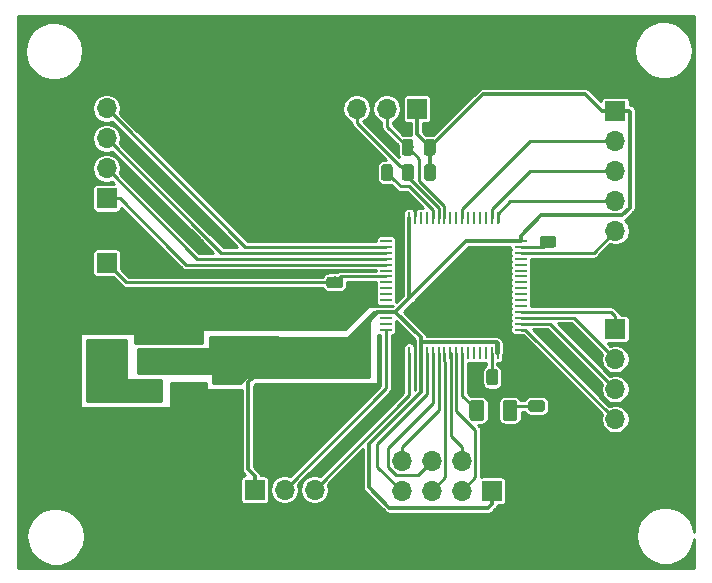
<source format=gbr>
G04 #@! TF.GenerationSoftware,KiCad,Pcbnew,5.0.2-bee76a0~70~ubuntu16.04.1*
G04 #@! TF.CreationDate,2021-02-05T17:40:51+03:00*
G04 #@! TF.ProjectId,das_auto_schema,6461735f-6175-4746-9f5f-736368656d61,rev?*
G04 #@! TF.SameCoordinates,Original*
G04 #@! TF.FileFunction,Copper,L1,Top*
G04 #@! TF.FilePolarity,Positive*
%FSLAX46Y46*%
G04 Gerber Fmt 4.6, Leading zero omitted, Abs format (unit mm)*
G04 Created by KiCad (PCBNEW 5.0.2-bee76a0~70~ubuntu16.04.1) date Fr 05 Feb 2021 17:40:51 MSK*
%MOMM*%
%LPD*%
G01*
G04 APERTURE LIST*
G04 #@! TA.AperFunction,ComponentPad*
%ADD10R,1.700000X1.700000*%
G04 #@! TD*
G04 #@! TA.AperFunction,ComponentPad*
%ADD11O,1.700000X1.700000*%
G04 #@! TD*
G04 #@! TA.AperFunction,Conductor*
%ADD12C,0.100000*%
G04 #@! TD*
G04 #@! TA.AperFunction,SMDPad,CuDef*
%ADD13C,0.975000*%
G04 #@! TD*
G04 #@! TA.AperFunction,SMDPad,CuDef*
%ADD14C,1.250000*%
G04 #@! TD*
G04 #@! TA.AperFunction,SMDPad,CuDef*
%ADD15R,1.000000X0.250000*%
G04 #@! TD*
G04 #@! TA.AperFunction,SMDPad,CuDef*
%ADD16R,0.250000X1.000000*%
G04 #@! TD*
G04 #@! TA.AperFunction,SMDPad,CuDef*
%ADD17R,2.000000X3.800000*%
G04 #@! TD*
G04 #@! TA.AperFunction,SMDPad,CuDef*
%ADD18R,2.000000X1.500000*%
G04 #@! TD*
G04 #@! TA.AperFunction,Conductor*
%ADD19C,0.250000*%
G04 #@! TD*
G04 #@! TA.AperFunction,Conductor*
%ADD20C,0.350000*%
G04 #@! TD*
G04 #@! TA.AperFunction,Conductor*
%ADD21C,0.300000*%
G04 #@! TD*
G04 #@! TA.AperFunction,Conductor*
%ADD22C,0.254000*%
G04 #@! TD*
G04 APERTURE END LIST*
D10*
G04 #@! TO.P,J2,1*
G04 #@! TO.N,+3V3*
X152476200Y-95885000D03*
D11*
G04 #@! TO.P,J2,2*
G04 #@! TO.N,GND*
X152476200Y-93345000D03*
G04 #@! TO.P,J2,3*
G04 #@! TO.N,/SS*
X149936200Y-95885000D03*
G04 #@! TO.P,J2,4*
G04 #@! TO.N,/CE*
X149936200Y-93345000D03*
G04 #@! TO.P,J2,5*
G04 #@! TO.N,/STM32F405/SPI_MOSI*
X147396200Y-95885000D03*
G04 #@! TO.P,J2,6*
G04 #@! TO.N,/STM32F405/SPI_SCK*
X147396200Y-93345000D03*
G04 #@! TO.P,J2,7*
G04 #@! TO.N,/STM32F405/IRQ*
X144856200Y-95885000D03*
G04 #@! TO.P,J2,8*
G04 #@! TO.N,/STM32F405/SPI_MISO*
X144856200Y-93345000D03*
G04 #@! TD*
D10*
G04 #@! TO.P,J5,1*
G04 #@! TO.N,+3V3*
X162966400Y-63728600D03*
D11*
G04 #@! TO.P,J5,2*
G04 #@! TO.N,/STM32F405/JTDO*
X162966400Y-66268600D03*
G04 #@! TO.P,J5,3*
G04 #@! TO.N,/STM32F405/JTDI*
X162966400Y-68808600D03*
G04 #@! TO.P,J5,4*
G04 #@! TO.N,/STM32F405/JTCK*
X162966400Y-71348600D03*
G04 #@! TO.P,J5,5*
G04 #@! TO.N,/STM32F405/JTMS*
X162966400Y-73888600D03*
G04 #@! TO.P,J5,6*
G04 #@! TO.N,GND*
X162966400Y-76428600D03*
G04 #@! TD*
D12*
G04 #@! TO.N,/STM32F405/RST*
G04 #@! TO.C,C1*
G36*
X139672142Y-77745674D02*
X139695803Y-77749184D01*
X139719007Y-77754996D01*
X139741529Y-77763054D01*
X139763153Y-77773282D01*
X139783670Y-77785579D01*
X139802883Y-77799829D01*
X139820607Y-77815893D01*
X139836671Y-77833617D01*
X139850921Y-77852830D01*
X139863218Y-77873347D01*
X139873446Y-77894971D01*
X139881504Y-77917493D01*
X139887316Y-77940697D01*
X139890826Y-77964358D01*
X139892000Y-77988250D01*
X139892000Y-78475750D01*
X139890826Y-78499642D01*
X139887316Y-78523303D01*
X139881504Y-78546507D01*
X139873446Y-78569029D01*
X139863218Y-78590653D01*
X139850921Y-78611170D01*
X139836671Y-78630383D01*
X139820607Y-78648107D01*
X139802883Y-78664171D01*
X139783670Y-78678421D01*
X139763153Y-78690718D01*
X139741529Y-78700946D01*
X139719007Y-78709004D01*
X139695803Y-78714816D01*
X139672142Y-78718326D01*
X139648250Y-78719500D01*
X138735750Y-78719500D01*
X138711858Y-78718326D01*
X138688197Y-78714816D01*
X138664993Y-78709004D01*
X138642471Y-78700946D01*
X138620847Y-78690718D01*
X138600330Y-78678421D01*
X138581117Y-78664171D01*
X138563393Y-78648107D01*
X138547329Y-78630383D01*
X138533079Y-78611170D01*
X138520782Y-78590653D01*
X138510554Y-78569029D01*
X138502496Y-78546507D01*
X138496684Y-78523303D01*
X138493174Y-78499642D01*
X138492000Y-78475750D01*
X138492000Y-77988250D01*
X138493174Y-77964358D01*
X138496684Y-77940697D01*
X138502496Y-77917493D01*
X138510554Y-77894971D01*
X138520782Y-77873347D01*
X138533079Y-77852830D01*
X138547329Y-77833617D01*
X138563393Y-77815893D01*
X138581117Y-77799829D01*
X138600330Y-77785579D01*
X138620847Y-77773282D01*
X138642471Y-77763054D01*
X138664993Y-77754996D01*
X138688197Y-77749184D01*
X138711858Y-77745674D01*
X138735750Y-77744500D01*
X139648250Y-77744500D01*
X139672142Y-77745674D01*
X139672142Y-77745674D01*
G37*
D13*
G04 #@! TD*
G04 #@! TO.P,C1,1*
G04 #@! TO.N,/STM32F405/RST*
X139192000Y-78232000D03*
D12*
G04 #@! TO.N,GND*
G04 #@! TO.C,C1*
G36*
X139672142Y-79620674D02*
X139695803Y-79624184D01*
X139719007Y-79629996D01*
X139741529Y-79638054D01*
X139763153Y-79648282D01*
X139783670Y-79660579D01*
X139802883Y-79674829D01*
X139820607Y-79690893D01*
X139836671Y-79708617D01*
X139850921Y-79727830D01*
X139863218Y-79748347D01*
X139873446Y-79769971D01*
X139881504Y-79792493D01*
X139887316Y-79815697D01*
X139890826Y-79839358D01*
X139892000Y-79863250D01*
X139892000Y-80350750D01*
X139890826Y-80374642D01*
X139887316Y-80398303D01*
X139881504Y-80421507D01*
X139873446Y-80444029D01*
X139863218Y-80465653D01*
X139850921Y-80486170D01*
X139836671Y-80505383D01*
X139820607Y-80523107D01*
X139802883Y-80539171D01*
X139783670Y-80553421D01*
X139763153Y-80565718D01*
X139741529Y-80575946D01*
X139719007Y-80584004D01*
X139695803Y-80589816D01*
X139672142Y-80593326D01*
X139648250Y-80594500D01*
X138735750Y-80594500D01*
X138711858Y-80593326D01*
X138688197Y-80589816D01*
X138664993Y-80584004D01*
X138642471Y-80575946D01*
X138620847Y-80565718D01*
X138600330Y-80553421D01*
X138581117Y-80539171D01*
X138563393Y-80523107D01*
X138547329Y-80505383D01*
X138533079Y-80486170D01*
X138520782Y-80465653D01*
X138510554Y-80444029D01*
X138502496Y-80421507D01*
X138496684Y-80398303D01*
X138493174Y-80374642D01*
X138492000Y-80350750D01*
X138492000Y-79863250D01*
X138493174Y-79839358D01*
X138496684Y-79815697D01*
X138502496Y-79792493D01*
X138510554Y-79769971D01*
X138520782Y-79748347D01*
X138533079Y-79727830D01*
X138547329Y-79708617D01*
X138563393Y-79690893D01*
X138581117Y-79674829D01*
X138600330Y-79660579D01*
X138620847Y-79648282D01*
X138642471Y-79638054D01*
X138664993Y-79629996D01*
X138688197Y-79624184D01*
X138711858Y-79620674D01*
X138735750Y-79619500D01*
X139648250Y-79619500D01*
X139672142Y-79620674D01*
X139672142Y-79620674D01*
G37*
D13*
G04 #@! TD*
G04 #@! TO.P,C1,2*
G04 #@! TO.N,GND*
X139192000Y-80107000D03*
D12*
G04 #@! TO.N,GND*
G04 #@! TO.C,C2*
G36*
X137640142Y-81380174D02*
X137663803Y-81383684D01*
X137687007Y-81389496D01*
X137709529Y-81397554D01*
X137731153Y-81407782D01*
X137751670Y-81420079D01*
X137770883Y-81434329D01*
X137788607Y-81450393D01*
X137804671Y-81468117D01*
X137818921Y-81487330D01*
X137831218Y-81507847D01*
X137841446Y-81529471D01*
X137849504Y-81551993D01*
X137855316Y-81575197D01*
X137858826Y-81598858D01*
X137860000Y-81622750D01*
X137860000Y-82110250D01*
X137858826Y-82134142D01*
X137855316Y-82157803D01*
X137849504Y-82181007D01*
X137841446Y-82203529D01*
X137831218Y-82225153D01*
X137818921Y-82245670D01*
X137804671Y-82264883D01*
X137788607Y-82282607D01*
X137770883Y-82298671D01*
X137751670Y-82312921D01*
X137731153Y-82325218D01*
X137709529Y-82335446D01*
X137687007Y-82343504D01*
X137663803Y-82349316D01*
X137640142Y-82352826D01*
X137616250Y-82354000D01*
X136703750Y-82354000D01*
X136679858Y-82352826D01*
X136656197Y-82349316D01*
X136632993Y-82343504D01*
X136610471Y-82335446D01*
X136588847Y-82325218D01*
X136568330Y-82312921D01*
X136549117Y-82298671D01*
X136531393Y-82282607D01*
X136515329Y-82264883D01*
X136501079Y-82245670D01*
X136488782Y-82225153D01*
X136478554Y-82203529D01*
X136470496Y-82181007D01*
X136464684Y-82157803D01*
X136461174Y-82134142D01*
X136460000Y-82110250D01*
X136460000Y-81622750D01*
X136461174Y-81598858D01*
X136464684Y-81575197D01*
X136470496Y-81551993D01*
X136478554Y-81529471D01*
X136488782Y-81507847D01*
X136501079Y-81487330D01*
X136515329Y-81468117D01*
X136531393Y-81450393D01*
X136549117Y-81434329D01*
X136568330Y-81420079D01*
X136588847Y-81407782D01*
X136610471Y-81397554D01*
X136632993Y-81389496D01*
X136656197Y-81383684D01*
X136679858Y-81380174D01*
X136703750Y-81379000D01*
X137616250Y-81379000D01*
X137640142Y-81380174D01*
X137640142Y-81380174D01*
G37*
D13*
G04 #@! TD*
G04 #@! TO.P,C2,2*
G04 #@! TO.N,GND*
X137160000Y-81866500D03*
D12*
G04 #@! TO.N,+3V3*
G04 #@! TO.C,C2*
G36*
X137640142Y-83255174D02*
X137663803Y-83258684D01*
X137687007Y-83264496D01*
X137709529Y-83272554D01*
X137731153Y-83282782D01*
X137751670Y-83295079D01*
X137770883Y-83309329D01*
X137788607Y-83325393D01*
X137804671Y-83343117D01*
X137818921Y-83362330D01*
X137831218Y-83382847D01*
X137841446Y-83404471D01*
X137849504Y-83426993D01*
X137855316Y-83450197D01*
X137858826Y-83473858D01*
X137860000Y-83497750D01*
X137860000Y-83985250D01*
X137858826Y-84009142D01*
X137855316Y-84032803D01*
X137849504Y-84056007D01*
X137841446Y-84078529D01*
X137831218Y-84100153D01*
X137818921Y-84120670D01*
X137804671Y-84139883D01*
X137788607Y-84157607D01*
X137770883Y-84173671D01*
X137751670Y-84187921D01*
X137731153Y-84200218D01*
X137709529Y-84210446D01*
X137687007Y-84218504D01*
X137663803Y-84224316D01*
X137640142Y-84227826D01*
X137616250Y-84229000D01*
X136703750Y-84229000D01*
X136679858Y-84227826D01*
X136656197Y-84224316D01*
X136632993Y-84218504D01*
X136610471Y-84210446D01*
X136588847Y-84200218D01*
X136568330Y-84187921D01*
X136549117Y-84173671D01*
X136531393Y-84157607D01*
X136515329Y-84139883D01*
X136501079Y-84120670D01*
X136488782Y-84100153D01*
X136478554Y-84078529D01*
X136470496Y-84056007D01*
X136464684Y-84032803D01*
X136461174Y-84009142D01*
X136460000Y-83985250D01*
X136460000Y-83497750D01*
X136461174Y-83473858D01*
X136464684Y-83450197D01*
X136470496Y-83426993D01*
X136478554Y-83404471D01*
X136488782Y-83382847D01*
X136501079Y-83362330D01*
X136515329Y-83343117D01*
X136531393Y-83325393D01*
X136549117Y-83309329D01*
X136568330Y-83295079D01*
X136588847Y-83282782D01*
X136610471Y-83272554D01*
X136632993Y-83264496D01*
X136656197Y-83258684D01*
X136679858Y-83255174D01*
X136703750Y-83254000D01*
X137616250Y-83254000D01*
X137640142Y-83255174D01*
X137640142Y-83255174D01*
G37*
D13*
G04 #@! TD*
G04 #@! TO.P,C2,1*
G04 #@! TO.N,+3V3*
X137160000Y-83741500D03*
D12*
G04 #@! TO.N,Net-(C3-Pad1)*
G04 #@! TO.C,C3*
G36*
X152796941Y-85559574D02*
X152820602Y-85563084D01*
X152843806Y-85568896D01*
X152866328Y-85576954D01*
X152887952Y-85587182D01*
X152908469Y-85599479D01*
X152927682Y-85613729D01*
X152945406Y-85629793D01*
X152961470Y-85647517D01*
X152975720Y-85666730D01*
X152988017Y-85687247D01*
X152998245Y-85708871D01*
X153006303Y-85731393D01*
X153012115Y-85754597D01*
X153015625Y-85778258D01*
X153016799Y-85802150D01*
X153016799Y-86714650D01*
X153015625Y-86738542D01*
X153012115Y-86762203D01*
X153006303Y-86785407D01*
X152998245Y-86807929D01*
X152988017Y-86829553D01*
X152975720Y-86850070D01*
X152961470Y-86869283D01*
X152945406Y-86887007D01*
X152927682Y-86903071D01*
X152908469Y-86917321D01*
X152887952Y-86929618D01*
X152866328Y-86939846D01*
X152843806Y-86947904D01*
X152820602Y-86953716D01*
X152796941Y-86957226D01*
X152773049Y-86958400D01*
X152285549Y-86958400D01*
X152261657Y-86957226D01*
X152237996Y-86953716D01*
X152214792Y-86947904D01*
X152192270Y-86939846D01*
X152170646Y-86929618D01*
X152150129Y-86917321D01*
X152130916Y-86903071D01*
X152113192Y-86887007D01*
X152097128Y-86869283D01*
X152082878Y-86850070D01*
X152070581Y-86829553D01*
X152060353Y-86807929D01*
X152052295Y-86785407D01*
X152046483Y-86762203D01*
X152042973Y-86738542D01*
X152041799Y-86714650D01*
X152041799Y-85802150D01*
X152042973Y-85778258D01*
X152046483Y-85754597D01*
X152052295Y-85731393D01*
X152060353Y-85708871D01*
X152070581Y-85687247D01*
X152082878Y-85666730D01*
X152097128Y-85647517D01*
X152113192Y-85629793D01*
X152130916Y-85613729D01*
X152150129Y-85599479D01*
X152170646Y-85587182D01*
X152192270Y-85576954D01*
X152214792Y-85568896D01*
X152237996Y-85563084D01*
X152261657Y-85559574D01*
X152285549Y-85558400D01*
X152773049Y-85558400D01*
X152796941Y-85559574D01*
X152796941Y-85559574D01*
G37*
D13*
G04 #@! TD*
G04 #@! TO.P,C3,1*
G04 #@! TO.N,Net-(C3-Pad1)*
X152529299Y-86258400D03*
D12*
G04 #@! TO.N,GND*
G04 #@! TO.C,C3*
G36*
X154671943Y-85559574D02*
X154695604Y-85563084D01*
X154718808Y-85568896D01*
X154741330Y-85576954D01*
X154762954Y-85587182D01*
X154783471Y-85599479D01*
X154802684Y-85613729D01*
X154820408Y-85629793D01*
X154836472Y-85647517D01*
X154850722Y-85666730D01*
X154863019Y-85687247D01*
X154873247Y-85708871D01*
X154881305Y-85731393D01*
X154887117Y-85754597D01*
X154890627Y-85778258D01*
X154891801Y-85802150D01*
X154891801Y-86714650D01*
X154890627Y-86738542D01*
X154887117Y-86762203D01*
X154881305Y-86785407D01*
X154873247Y-86807929D01*
X154863019Y-86829553D01*
X154850722Y-86850070D01*
X154836472Y-86869283D01*
X154820408Y-86887007D01*
X154802684Y-86903071D01*
X154783471Y-86917321D01*
X154762954Y-86929618D01*
X154741330Y-86939846D01*
X154718808Y-86947904D01*
X154695604Y-86953716D01*
X154671943Y-86957226D01*
X154648051Y-86958400D01*
X154160551Y-86958400D01*
X154136659Y-86957226D01*
X154112998Y-86953716D01*
X154089794Y-86947904D01*
X154067272Y-86939846D01*
X154045648Y-86929618D01*
X154025131Y-86917321D01*
X154005918Y-86903071D01*
X153988194Y-86887007D01*
X153972130Y-86869283D01*
X153957880Y-86850070D01*
X153945583Y-86829553D01*
X153935355Y-86807929D01*
X153927297Y-86785407D01*
X153921485Y-86762203D01*
X153917975Y-86738542D01*
X153916801Y-86714650D01*
X153916801Y-85802150D01*
X153917975Y-85778258D01*
X153921485Y-85754597D01*
X153927297Y-85731393D01*
X153935355Y-85708871D01*
X153945583Y-85687247D01*
X153957880Y-85666730D01*
X153972130Y-85647517D01*
X153988194Y-85629793D01*
X154005918Y-85613729D01*
X154025131Y-85599479D01*
X154045648Y-85587182D01*
X154067272Y-85576954D01*
X154089794Y-85568896D01*
X154112998Y-85563084D01*
X154136659Y-85559574D01*
X154160551Y-85558400D01*
X154648051Y-85558400D01*
X154671943Y-85559574D01*
X154671943Y-85559574D01*
G37*
D13*
G04 #@! TD*
G04 #@! TO.P,C3,2*
G04 #@! TO.N,GND*
X154404301Y-86258400D03*
D12*
G04 #@! TO.N,+3V3*
G04 #@! TO.C,C4*
G36*
X137640142Y-84936174D02*
X137663803Y-84939684D01*
X137687007Y-84945496D01*
X137709529Y-84953554D01*
X137731153Y-84963782D01*
X137751670Y-84976079D01*
X137770883Y-84990329D01*
X137788607Y-85006393D01*
X137804671Y-85024117D01*
X137818921Y-85043330D01*
X137831218Y-85063847D01*
X137841446Y-85085471D01*
X137849504Y-85107993D01*
X137855316Y-85131197D01*
X137858826Y-85154858D01*
X137860000Y-85178750D01*
X137860000Y-85666250D01*
X137858826Y-85690142D01*
X137855316Y-85713803D01*
X137849504Y-85737007D01*
X137841446Y-85759529D01*
X137831218Y-85781153D01*
X137818921Y-85801670D01*
X137804671Y-85820883D01*
X137788607Y-85838607D01*
X137770883Y-85854671D01*
X137751670Y-85868921D01*
X137731153Y-85881218D01*
X137709529Y-85891446D01*
X137687007Y-85899504D01*
X137663803Y-85905316D01*
X137640142Y-85908826D01*
X137616250Y-85910000D01*
X136703750Y-85910000D01*
X136679858Y-85908826D01*
X136656197Y-85905316D01*
X136632993Y-85899504D01*
X136610471Y-85891446D01*
X136588847Y-85881218D01*
X136568330Y-85868921D01*
X136549117Y-85854671D01*
X136531393Y-85838607D01*
X136515329Y-85820883D01*
X136501079Y-85801670D01*
X136488782Y-85781153D01*
X136478554Y-85759529D01*
X136470496Y-85737007D01*
X136464684Y-85713803D01*
X136461174Y-85690142D01*
X136460000Y-85666250D01*
X136460000Y-85178750D01*
X136461174Y-85154858D01*
X136464684Y-85131197D01*
X136470496Y-85107993D01*
X136478554Y-85085471D01*
X136488782Y-85063847D01*
X136501079Y-85043330D01*
X136515329Y-85024117D01*
X136531393Y-85006393D01*
X136549117Y-84990329D01*
X136568330Y-84976079D01*
X136588847Y-84963782D01*
X136610471Y-84953554D01*
X136632993Y-84945496D01*
X136656197Y-84939684D01*
X136679858Y-84936174D01*
X136703750Y-84935000D01*
X137616250Y-84935000D01*
X137640142Y-84936174D01*
X137640142Y-84936174D01*
G37*
D13*
G04 #@! TD*
G04 #@! TO.P,C4,1*
G04 #@! TO.N,+3V3*
X137160000Y-85422500D03*
D12*
G04 #@! TO.N,GND*
G04 #@! TO.C,C4*
G36*
X137640142Y-86811174D02*
X137663803Y-86814684D01*
X137687007Y-86820496D01*
X137709529Y-86828554D01*
X137731153Y-86838782D01*
X137751670Y-86851079D01*
X137770883Y-86865329D01*
X137788607Y-86881393D01*
X137804671Y-86899117D01*
X137818921Y-86918330D01*
X137831218Y-86938847D01*
X137841446Y-86960471D01*
X137849504Y-86982993D01*
X137855316Y-87006197D01*
X137858826Y-87029858D01*
X137860000Y-87053750D01*
X137860000Y-87541250D01*
X137858826Y-87565142D01*
X137855316Y-87588803D01*
X137849504Y-87612007D01*
X137841446Y-87634529D01*
X137831218Y-87656153D01*
X137818921Y-87676670D01*
X137804671Y-87695883D01*
X137788607Y-87713607D01*
X137770883Y-87729671D01*
X137751670Y-87743921D01*
X137731153Y-87756218D01*
X137709529Y-87766446D01*
X137687007Y-87774504D01*
X137663803Y-87780316D01*
X137640142Y-87783826D01*
X137616250Y-87785000D01*
X136703750Y-87785000D01*
X136679858Y-87783826D01*
X136656197Y-87780316D01*
X136632993Y-87774504D01*
X136610471Y-87766446D01*
X136588847Y-87756218D01*
X136568330Y-87743921D01*
X136549117Y-87729671D01*
X136531393Y-87713607D01*
X136515329Y-87695883D01*
X136501079Y-87676670D01*
X136488782Y-87656153D01*
X136478554Y-87634529D01*
X136470496Y-87612007D01*
X136464684Y-87588803D01*
X136461174Y-87565142D01*
X136460000Y-87541250D01*
X136460000Y-87053750D01*
X136461174Y-87029858D01*
X136464684Y-87006197D01*
X136470496Y-86982993D01*
X136478554Y-86960471D01*
X136488782Y-86938847D01*
X136501079Y-86918330D01*
X136515329Y-86899117D01*
X136531393Y-86881393D01*
X136549117Y-86865329D01*
X136568330Y-86851079D01*
X136588847Y-86838782D01*
X136610471Y-86828554D01*
X136632993Y-86820496D01*
X136656197Y-86814684D01*
X136679858Y-86811174D01*
X136703750Y-86810000D01*
X137616250Y-86810000D01*
X137640142Y-86811174D01*
X137640142Y-86811174D01*
G37*
D13*
G04 #@! TD*
G04 #@! TO.P,C4,2*
G04 #@! TO.N,GND*
X137160000Y-87297500D03*
D12*
G04 #@! TO.N,GND*
G04 #@! TO.C,C5*
G36*
X157731542Y-76193974D02*
X157755203Y-76197484D01*
X157778407Y-76203296D01*
X157800929Y-76211354D01*
X157822553Y-76221582D01*
X157843070Y-76233879D01*
X157862283Y-76248129D01*
X157880007Y-76264193D01*
X157896071Y-76281917D01*
X157910321Y-76301130D01*
X157922618Y-76321647D01*
X157932846Y-76343271D01*
X157940904Y-76365793D01*
X157946716Y-76388997D01*
X157950226Y-76412658D01*
X157951400Y-76436550D01*
X157951400Y-76924050D01*
X157950226Y-76947942D01*
X157946716Y-76971603D01*
X157940904Y-76994807D01*
X157932846Y-77017329D01*
X157922618Y-77038953D01*
X157910321Y-77059470D01*
X157896071Y-77078683D01*
X157880007Y-77096407D01*
X157862283Y-77112471D01*
X157843070Y-77126721D01*
X157822553Y-77139018D01*
X157800929Y-77149246D01*
X157778407Y-77157304D01*
X157755203Y-77163116D01*
X157731542Y-77166626D01*
X157707650Y-77167800D01*
X156795150Y-77167800D01*
X156771258Y-77166626D01*
X156747597Y-77163116D01*
X156724393Y-77157304D01*
X156701871Y-77149246D01*
X156680247Y-77139018D01*
X156659730Y-77126721D01*
X156640517Y-77112471D01*
X156622793Y-77096407D01*
X156606729Y-77078683D01*
X156592479Y-77059470D01*
X156580182Y-77038953D01*
X156569954Y-77017329D01*
X156561896Y-76994807D01*
X156556084Y-76971603D01*
X156552574Y-76947942D01*
X156551400Y-76924050D01*
X156551400Y-76436550D01*
X156552574Y-76412658D01*
X156556084Y-76388997D01*
X156561896Y-76365793D01*
X156569954Y-76343271D01*
X156580182Y-76321647D01*
X156592479Y-76301130D01*
X156606729Y-76281917D01*
X156622793Y-76264193D01*
X156640517Y-76248129D01*
X156659730Y-76233879D01*
X156680247Y-76221582D01*
X156701871Y-76211354D01*
X156724393Y-76203296D01*
X156747597Y-76197484D01*
X156771258Y-76193974D01*
X156795150Y-76192800D01*
X157707650Y-76192800D01*
X157731542Y-76193974D01*
X157731542Y-76193974D01*
G37*
D13*
G04 #@! TD*
G04 #@! TO.P,C5,2*
G04 #@! TO.N,GND*
X157251400Y-76680300D03*
D12*
G04 #@! TO.N,Net-(C5-Pad1)*
G04 #@! TO.C,C5*
G36*
X157731542Y-74318974D02*
X157755203Y-74322484D01*
X157778407Y-74328296D01*
X157800929Y-74336354D01*
X157822553Y-74346582D01*
X157843070Y-74358879D01*
X157862283Y-74373129D01*
X157880007Y-74389193D01*
X157896071Y-74406917D01*
X157910321Y-74426130D01*
X157922618Y-74446647D01*
X157932846Y-74468271D01*
X157940904Y-74490793D01*
X157946716Y-74513997D01*
X157950226Y-74537658D01*
X157951400Y-74561550D01*
X157951400Y-75049050D01*
X157950226Y-75072942D01*
X157946716Y-75096603D01*
X157940904Y-75119807D01*
X157932846Y-75142329D01*
X157922618Y-75163953D01*
X157910321Y-75184470D01*
X157896071Y-75203683D01*
X157880007Y-75221407D01*
X157862283Y-75237471D01*
X157843070Y-75251721D01*
X157822553Y-75264018D01*
X157800929Y-75274246D01*
X157778407Y-75282304D01*
X157755203Y-75288116D01*
X157731542Y-75291626D01*
X157707650Y-75292800D01*
X156795150Y-75292800D01*
X156771258Y-75291626D01*
X156747597Y-75288116D01*
X156724393Y-75282304D01*
X156701871Y-75274246D01*
X156680247Y-75264018D01*
X156659730Y-75251721D01*
X156640517Y-75237471D01*
X156622793Y-75221407D01*
X156606729Y-75203683D01*
X156592479Y-75184470D01*
X156580182Y-75163953D01*
X156569954Y-75142329D01*
X156561896Y-75119807D01*
X156556084Y-75096603D01*
X156552574Y-75072942D01*
X156551400Y-75049050D01*
X156551400Y-74561550D01*
X156552574Y-74537658D01*
X156556084Y-74513997D01*
X156561896Y-74490793D01*
X156569954Y-74468271D01*
X156580182Y-74446647D01*
X156592479Y-74426130D01*
X156606729Y-74406917D01*
X156622793Y-74389193D01*
X156640517Y-74373129D01*
X156659730Y-74358879D01*
X156680247Y-74346582D01*
X156701871Y-74336354D01*
X156724393Y-74328296D01*
X156747597Y-74322484D01*
X156771258Y-74318974D01*
X156795150Y-74317800D01*
X157707650Y-74317800D01*
X157731542Y-74318974D01*
X157731542Y-74318974D01*
G37*
D13*
G04 #@! TD*
G04 #@! TO.P,C5,1*
G04 #@! TO.N,Net-(C5-Pad1)*
X157251400Y-74805300D03*
D12*
G04 #@! TO.N,GND*
G04 #@! TO.C,C6*
G36*
X133576142Y-86811174D02*
X133599803Y-86814684D01*
X133623007Y-86820496D01*
X133645529Y-86828554D01*
X133667153Y-86838782D01*
X133687670Y-86851079D01*
X133706883Y-86865329D01*
X133724607Y-86881393D01*
X133740671Y-86899117D01*
X133754921Y-86918330D01*
X133767218Y-86938847D01*
X133777446Y-86960471D01*
X133785504Y-86982993D01*
X133791316Y-87006197D01*
X133794826Y-87029858D01*
X133796000Y-87053750D01*
X133796000Y-87541250D01*
X133794826Y-87565142D01*
X133791316Y-87588803D01*
X133785504Y-87612007D01*
X133777446Y-87634529D01*
X133767218Y-87656153D01*
X133754921Y-87676670D01*
X133740671Y-87695883D01*
X133724607Y-87713607D01*
X133706883Y-87729671D01*
X133687670Y-87743921D01*
X133667153Y-87756218D01*
X133645529Y-87766446D01*
X133623007Y-87774504D01*
X133599803Y-87780316D01*
X133576142Y-87783826D01*
X133552250Y-87785000D01*
X132639750Y-87785000D01*
X132615858Y-87783826D01*
X132592197Y-87780316D01*
X132568993Y-87774504D01*
X132546471Y-87766446D01*
X132524847Y-87756218D01*
X132504330Y-87743921D01*
X132485117Y-87729671D01*
X132467393Y-87713607D01*
X132451329Y-87695883D01*
X132437079Y-87676670D01*
X132424782Y-87656153D01*
X132414554Y-87634529D01*
X132406496Y-87612007D01*
X132400684Y-87588803D01*
X132397174Y-87565142D01*
X132396000Y-87541250D01*
X132396000Y-87053750D01*
X132397174Y-87029858D01*
X132400684Y-87006197D01*
X132406496Y-86982993D01*
X132414554Y-86960471D01*
X132424782Y-86938847D01*
X132437079Y-86918330D01*
X132451329Y-86899117D01*
X132467393Y-86881393D01*
X132485117Y-86865329D01*
X132504330Y-86851079D01*
X132524847Y-86838782D01*
X132546471Y-86828554D01*
X132568993Y-86820496D01*
X132592197Y-86814684D01*
X132615858Y-86811174D01*
X132639750Y-86810000D01*
X133552250Y-86810000D01*
X133576142Y-86811174D01*
X133576142Y-86811174D01*
G37*
D13*
G04 #@! TD*
G04 #@! TO.P,C6,2*
G04 #@! TO.N,GND*
X133096000Y-87297500D03*
D12*
G04 #@! TO.N,+3V3*
G04 #@! TO.C,C6*
G36*
X133576142Y-84936174D02*
X133599803Y-84939684D01*
X133623007Y-84945496D01*
X133645529Y-84953554D01*
X133667153Y-84963782D01*
X133687670Y-84976079D01*
X133706883Y-84990329D01*
X133724607Y-85006393D01*
X133740671Y-85024117D01*
X133754921Y-85043330D01*
X133767218Y-85063847D01*
X133777446Y-85085471D01*
X133785504Y-85107993D01*
X133791316Y-85131197D01*
X133794826Y-85154858D01*
X133796000Y-85178750D01*
X133796000Y-85666250D01*
X133794826Y-85690142D01*
X133791316Y-85713803D01*
X133785504Y-85737007D01*
X133777446Y-85759529D01*
X133767218Y-85781153D01*
X133754921Y-85801670D01*
X133740671Y-85820883D01*
X133724607Y-85838607D01*
X133706883Y-85854671D01*
X133687670Y-85868921D01*
X133667153Y-85881218D01*
X133645529Y-85891446D01*
X133623007Y-85899504D01*
X133599803Y-85905316D01*
X133576142Y-85908826D01*
X133552250Y-85910000D01*
X132639750Y-85910000D01*
X132615858Y-85908826D01*
X132592197Y-85905316D01*
X132568993Y-85899504D01*
X132546471Y-85891446D01*
X132524847Y-85881218D01*
X132504330Y-85868921D01*
X132485117Y-85854671D01*
X132467393Y-85838607D01*
X132451329Y-85820883D01*
X132437079Y-85801670D01*
X132424782Y-85781153D01*
X132414554Y-85759529D01*
X132406496Y-85737007D01*
X132400684Y-85713803D01*
X132397174Y-85690142D01*
X132396000Y-85666250D01*
X132396000Y-85178750D01*
X132397174Y-85154858D01*
X132400684Y-85131197D01*
X132406496Y-85107993D01*
X132414554Y-85085471D01*
X132424782Y-85063847D01*
X132437079Y-85043330D01*
X132451329Y-85024117D01*
X132467393Y-85006393D01*
X132485117Y-84990329D01*
X132504330Y-84976079D01*
X132524847Y-84963782D01*
X132546471Y-84953554D01*
X132568993Y-84945496D01*
X132592197Y-84939684D01*
X132615858Y-84936174D01*
X132639750Y-84935000D01*
X133552250Y-84935000D01*
X133576142Y-84936174D01*
X133576142Y-84936174D01*
G37*
D13*
G04 #@! TD*
G04 #@! TO.P,C6,1*
G04 #@! TO.N,+3V3*
X133096000Y-85422500D03*
D12*
G04 #@! TO.N,+3V3*
G04 #@! TO.C,C7*
G36*
X141704142Y-84936174D02*
X141727803Y-84939684D01*
X141751007Y-84945496D01*
X141773529Y-84953554D01*
X141795153Y-84963782D01*
X141815670Y-84976079D01*
X141834883Y-84990329D01*
X141852607Y-85006393D01*
X141868671Y-85024117D01*
X141882921Y-85043330D01*
X141895218Y-85063847D01*
X141905446Y-85085471D01*
X141913504Y-85107993D01*
X141919316Y-85131197D01*
X141922826Y-85154858D01*
X141924000Y-85178750D01*
X141924000Y-85666250D01*
X141922826Y-85690142D01*
X141919316Y-85713803D01*
X141913504Y-85737007D01*
X141905446Y-85759529D01*
X141895218Y-85781153D01*
X141882921Y-85801670D01*
X141868671Y-85820883D01*
X141852607Y-85838607D01*
X141834883Y-85854671D01*
X141815670Y-85868921D01*
X141795153Y-85881218D01*
X141773529Y-85891446D01*
X141751007Y-85899504D01*
X141727803Y-85905316D01*
X141704142Y-85908826D01*
X141680250Y-85910000D01*
X140767750Y-85910000D01*
X140743858Y-85908826D01*
X140720197Y-85905316D01*
X140696993Y-85899504D01*
X140674471Y-85891446D01*
X140652847Y-85881218D01*
X140632330Y-85868921D01*
X140613117Y-85854671D01*
X140595393Y-85838607D01*
X140579329Y-85820883D01*
X140565079Y-85801670D01*
X140552782Y-85781153D01*
X140542554Y-85759529D01*
X140534496Y-85737007D01*
X140528684Y-85713803D01*
X140525174Y-85690142D01*
X140524000Y-85666250D01*
X140524000Y-85178750D01*
X140525174Y-85154858D01*
X140528684Y-85131197D01*
X140534496Y-85107993D01*
X140542554Y-85085471D01*
X140552782Y-85063847D01*
X140565079Y-85043330D01*
X140579329Y-85024117D01*
X140595393Y-85006393D01*
X140613117Y-84990329D01*
X140632330Y-84976079D01*
X140652847Y-84963782D01*
X140674471Y-84953554D01*
X140696993Y-84945496D01*
X140720197Y-84939684D01*
X140743858Y-84936174D01*
X140767750Y-84935000D01*
X141680250Y-84935000D01*
X141704142Y-84936174D01*
X141704142Y-84936174D01*
G37*
D13*
G04 #@! TD*
G04 #@! TO.P,C7,1*
G04 #@! TO.N,+3V3*
X141224000Y-85422500D03*
D12*
G04 #@! TO.N,GND*
G04 #@! TO.C,C7*
G36*
X141704142Y-86811174D02*
X141727803Y-86814684D01*
X141751007Y-86820496D01*
X141773529Y-86828554D01*
X141795153Y-86838782D01*
X141815670Y-86851079D01*
X141834883Y-86865329D01*
X141852607Y-86881393D01*
X141868671Y-86899117D01*
X141882921Y-86918330D01*
X141895218Y-86938847D01*
X141905446Y-86960471D01*
X141913504Y-86982993D01*
X141919316Y-87006197D01*
X141922826Y-87029858D01*
X141924000Y-87053750D01*
X141924000Y-87541250D01*
X141922826Y-87565142D01*
X141919316Y-87588803D01*
X141913504Y-87612007D01*
X141905446Y-87634529D01*
X141895218Y-87656153D01*
X141882921Y-87676670D01*
X141868671Y-87695883D01*
X141852607Y-87713607D01*
X141834883Y-87729671D01*
X141815670Y-87743921D01*
X141795153Y-87756218D01*
X141773529Y-87766446D01*
X141751007Y-87774504D01*
X141727803Y-87780316D01*
X141704142Y-87783826D01*
X141680250Y-87785000D01*
X140767750Y-87785000D01*
X140743858Y-87783826D01*
X140720197Y-87780316D01*
X140696993Y-87774504D01*
X140674471Y-87766446D01*
X140652847Y-87756218D01*
X140632330Y-87743921D01*
X140613117Y-87729671D01*
X140595393Y-87713607D01*
X140579329Y-87695883D01*
X140565079Y-87676670D01*
X140552782Y-87656153D01*
X140542554Y-87634529D01*
X140534496Y-87612007D01*
X140528684Y-87588803D01*
X140525174Y-87565142D01*
X140524000Y-87541250D01*
X140524000Y-87053750D01*
X140525174Y-87029858D01*
X140528684Y-87006197D01*
X140534496Y-86982993D01*
X140542554Y-86960471D01*
X140552782Y-86938847D01*
X140565079Y-86918330D01*
X140579329Y-86899117D01*
X140595393Y-86881393D01*
X140613117Y-86865329D01*
X140632330Y-86851079D01*
X140652847Y-86838782D01*
X140674471Y-86828554D01*
X140696993Y-86820496D01*
X140720197Y-86814684D01*
X140743858Y-86811174D01*
X140767750Y-86810000D01*
X141680250Y-86810000D01*
X141704142Y-86811174D01*
X141704142Y-86811174D01*
G37*
D13*
G04 #@! TD*
G04 #@! TO.P,C7,2*
G04 #@! TO.N,GND*
X141224000Y-87297500D03*
D12*
G04 #@! TO.N,+3V3*
G04 #@! TO.C,C8*
G36*
X139672142Y-84936174D02*
X139695803Y-84939684D01*
X139719007Y-84945496D01*
X139741529Y-84953554D01*
X139763153Y-84963782D01*
X139783670Y-84976079D01*
X139802883Y-84990329D01*
X139820607Y-85006393D01*
X139836671Y-85024117D01*
X139850921Y-85043330D01*
X139863218Y-85063847D01*
X139873446Y-85085471D01*
X139881504Y-85107993D01*
X139887316Y-85131197D01*
X139890826Y-85154858D01*
X139892000Y-85178750D01*
X139892000Y-85666250D01*
X139890826Y-85690142D01*
X139887316Y-85713803D01*
X139881504Y-85737007D01*
X139873446Y-85759529D01*
X139863218Y-85781153D01*
X139850921Y-85801670D01*
X139836671Y-85820883D01*
X139820607Y-85838607D01*
X139802883Y-85854671D01*
X139783670Y-85868921D01*
X139763153Y-85881218D01*
X139741529Y-85891446D01*
X139719007Y-85899504D01*
X139695803Y-85905316D01*
X139672142Y-85908826D01*
X139648250Y-85910000D01*
X138735750Y-85910000D01*
X138711858Y-85908826D01*
X138688197Y-85905316D01*
X138664993Y-85899504D01*
X138642471Y-85891446D01*
X138620847Y-85881218D01*
X138600330Y-85868921D01*
X138581117Y-85854671D01*
X138563393Y-85838607D01*
X138547329Y-85820883D01*
X138533079Y-85801670D01*
X138520782Y-85781153D01*
X138510554Y-85759529D01*
X138502496Y-85737007D01*
X138496684Y-85713803D01*
X138493174Y-85690142D01*
X138492000Y-85666250D01*
X138492000Y-85178750D01*
X138493174Y-85154858D01*
X138496684Y-85131197D01*
X138502496Y-85107993D01*
X138510554Y-85085471D01*
X138520782Y-85063847D01*
X138533079Y-85043330D01*
X138547329Y-85024117D01*
X138563393Y-85006393D01*
X138581117Y-84990329D01*
X138600330Y-84976079D01*
X138620847Y-84963782D01*
X138642471Y-84953554D01*
X138664993Y-84945496D01*
X138688197Y-84939684D01*
X138711858Y-84936174D01*
X138735750Y-84935000D01*
X139648250Y-84935000D01*
X139672142Y-84936174D01*
X139672142Y-84936174D01*
G37*
D13*
G04 #@! TD*
G04 #@! TO.P,C8,1*
G04 #@! TO.N,+3V3*
X139192000Y-85422500D03*
D12*
G04 #@! TO.N,GND*
G04 #@! TO.C,C8*
G36*
X139672142Y-86811174D02*
X139695803Y-86814684D01*
X139719007Y-86820496D01*
X139741529Y-86828554D01*
X139763153Y-86838782D01*
X139783670Y-86851079D01*
X139802883Y-86865329D01*
X139820607Y-86881393D01*
X139836671Y-86899117D01*
X139850921Y-86918330D01*
X139863218Y-86938847D01*
X139873446Y-86960471D01*
X139881504Y-86982993D01*
X139887316Y-87006197D01*
X139890826Y-87029858D01*
X139892000Y-87053750D01*
X139892000Y-87541250D01*
X139890826Y-87565142D01*
X139887316Y-87588803D01*
X139881504Y-87612007D01*
X139873446Y-87634529D01*
X139863218Y-87656153D01*
X139850921Y-87676670D01*
X139836671Y-87695883D01*
X139820607Y-87713607D01*
X139802883Y-87729671D01*
X139783670Y-87743921D01*
X139763153Y-87756218D01*
X139741529Y-87766446D01*
X139719007Y-87774504D01*
X139695803Y-87780316D01*
X139672142Y-87783826D01*
X139648250Y-87785000D01*
X138735750Y-87785000D01*
X138711858Y-87783826D01*
X138688197Y-87780316D01*
X138664993Y-87774504D01*
X138642471Y-87766446D01*
X138620847Y-87756218D01*
X138600330Y-87743921D01*
X138581117Y-87729671D01*
X138563393Y-87713607D01*
X138547329Y-87695883D01*
X138533079Y-87676670D01*
X138520782Y-87656153D01*
X138510554Y-87634529D01*
X138502496Y-87612007D01*
X138496684Y-87588803D01*
X138493174Y-87565142D01*
X138492000Y-87541250D01*
X138492000Y-87053750D01*
X138493174Y-87029858D01*
X138496684Y-87006197D01*
X138502496Y-86982993D01*
X138510554Y-86960471D01*
X138520782Y-86938847D01*
X138533079Y-86918330D01*
X138547329Y-86899117D01*
X138563393Y-86881393D01*
X138581117Y-86865329D01*
X138600330Y-86851079D01*
X138620847Y-86838782D01*
X138642471Y-86828554D01*
X138664993Y-86820496D01*
X138688197Y-86814684D01*
X138711858Y-86811174D01*
X138735750Y-86810000D01*
X139648250Y-86810000D01*
X139672142Y-86811174D01*
X139672142Y-86811174D01*
G37*
D13*
G04 #@! TD*
G04 #@! TO.P,C8,2*
G04 #@! TO.N,GND*
X139192000Y-87297500D03*
D12*
G04 #@! TO.N,GND*
G04 #@! TO.C,C9*
G36*
X135608142Y-86811174D02*
X135631803Y-86814684D01*
X135655007Y-86820496D01*
X135677529Y-86828554D01*
X135699153Y-86838782D01*
X135719670Y-86851079D01*
X135738883Y-86865329D01*
X135756607Y-86881393D01*
X135772671Y-86899117D01*
X135786921Y-86918330D01*
X135799218Y-86938847D01*
X135809446Y-86960471D01*
X135817504Y-86982993D01*
X135823316Y-87006197D01*
X135826826Y-87029858D01*
X135828000Y-87053750D01*
X135828000Y-87541250D01*
X135826826Y-87565142D01*
X135823316Y-87588803D01*
X135817504Y-87612007D01*
X135809446Y-87634529D01*
X135799218Y-87656153D01*
X135786921Y-87676670D01*
X135772671Y-87695883D01*
X135756607Y-87713607D01*
X135738883Y-87729671D01*
X135719670Y-87743921D01*
X135699153Y-87756218D01*
X135677529Y-87766446D01*
X135655007Y-87774504D01*
X135631803Y-87780316D01*
X135608142Y-87783826D01*
X135584250Y-87785000D01*
X134671750Y-87785000D01*
X134647858Y-87783826D01*
X134624197Y-87780316D01*
X134600993Y-87774504D01*
X134578471Y-87766446D01*
X134556847Y-87756218D01*
X134536330Y-87743921D01*
X134517117Y-87729671D01*
X134499393Y-87713607D01*
X134483329Y-87695883D01*
X134469079Y-87676670D01*
X134456782Y-87656153D01*
X134446554Y-87634529D01*
X134438496Y-87612007D01*
X134432684Y-87588803D01*
X134429174Y-87565142D01*
X134428000Y-87541250D01*
X134428000Y-87053750D01*
X134429174Y-87029858D01*
X134432684Y-87006197D01*
X134438496Y-86982993D01*
X134446554Y-86960471D01*
X134456782Y-86938847D01*
X134469079Y-86918330D01*
X134483329Y-86899117D01*
X134499393Y-86881393D01*
X134517117Y-86865329D01*
X134536330Y-86851079D01*
X134556847Y-86838782D01*
X134578471Y-86828554D01*
X134600993Y-86820496D01*
X134624197Y-86814684D01*
X134647858Y-86811174D01*
X134671750Y-86810000D01*
X135584250Y-86810000D01*
X135608142Y-86811174D01*
X135608142Y-86811174D01*
G37*
D13*
G04 #@! TD*
G04 #@! TO.P,C9,2*
G04 #@! TO.N,GND*
X135128000Y-87297500D03*
D12*
G04 #@! TO.N,+3V3*
G04 #@! TO.C,C9*
G36*
X135608142Y-84936174D02*
X135631803Y-84939684D01*
X135655007Y-84945496D01*
X135677529Y-84953554D01*
X135699153Y-84963782D01*
X135719670Y-84976079D01*
X135738883Y-84990329D01*
X135756607Y-85006393D01*
X135772671Y-85024117D01*
X135786921Y-85043330D01*
X135799218Y-85063847D01*
X135809446Y-85085471D01*
X135817504Y-85107993D01*
X135823316Y-85131197D01*
X135826826Y-85154858D01*
X135828000Y-85178750D01*
X135828000Y-85666250D01*
X135826826Y-85690142D01*
X135823316Y-85713803D01*
X135817504Y-85737007D01*
X135809446Y-85759529D01*
X135799218Y-85781153D01*
X135786921Y-85801670D01*
X135772671Y-85820883D01*
X135756607Y-85838607D01*
X135738883Y-85854671D01*
X135719670Y-85868921D01*
X135699153Y-85881218D01*
X135677529Y-85891446D01*
X135655007Y-85899504D01*
X135631803Y-85905316D01*
X135608142Y-85908826D01*
X135584250Y-85910000D01*
X134671750Y-85910000D01*
X134647858Y-85908826D01*
X134624197Y-85905316D01*
X134600993Y-85899504D01*
X134578471Y-85891446D01*
X134556847Y-85881218D01*
X134536330Y-85868921D01*
X134517117Y-85854671D01*
X134499393Y-85838607D01*
X134483329Y-85820883D01*
X134469079Y-85801670D01*
X134456782Y-85781153D01*
X134446554Y-85759529D01*
X134438496Y-85737007D01*
X134432684Y-85713803D01*
X134429174Y-85690142D01*
X134428000Y-85666250D01*
X134428000Y-85178750D01*
X134429174Y-85154858D01*
X134432684Y-85131197D01*
X134438496Y-85107993D01*
X134446554Y-85085471D01*
X134456782Y-85063847D01*
X134469079Y-85043330D01*
X134483329Y-85024117D01*
X134499393Y-85006393D01*
X134517117Y-84990329D01*
X134536330Y-84976079D01*
X134556847Y-84963782D01*
X134578471Y-84953554D01*
X134600993Y-84945496D01*
X134624197Y-84939684D01*
X134647858Y-84936174D01*
X134671750Y-84935000D01*
X135584250Y-84935000D01*
X135608142Y-84936174D01*
X135608142Y-84936174D01*
G37*
D13*
G04 #@! TD*
G04 #@! TO.P,C9,1*
G04 #@! TO.N,+3V3*
X135128000Y-85422500D03*
D12*
G04 #@! TO.N,+3V3*
G04 #@! TO.C,C10*
G36*
X135608142Y-83255174D02*
X135631803Y-83258684D01*
X135655007Y-83264496D01*
X135677529Y-83272554D01*
X135699153Y-83282782D01*
X135719670Y-83295079D01*
X135738883Y-83309329D01*
X135756607Y-83325393D01*
X135772671Y-83343117D01*
X135786921Y-83362330D01*
X135799218Y-83382847D01*
X135809446Y-83404471D01*
X135817504Y-83426993D01*
X135823316Y-83450197D01*
X135826826Y-83473858D01*
X135828000Y-83497750D01*
X135828000Y-83985250D01*
X135826826Y-84009142D01*
X135823316Y-84032803D01*
X135817504Y-84056007D01*
X135809446Y-84078529D01*
X135799218Y-84100153D01*
X135786921Y-84120670D01*
X135772671Y-84139883D01*
X135756607Y-84157607D01*
X135738883Y-84173671D01*
X135719670Y-84187921D01*
X135699153Y-84200218D01*
X135677529Y-84210446D01*
X135655007Y-84218504D01*
X135631803Y-84224316D01*
X135608142Y-84227826D01*
X135584250Y-84229000D01*
X134671750Y-84229000D01*
X134647858Y-84227826D01*
X134624197Y-84224316D01*
X134600993Y-84218504D01*
X134578471Y-84210446D01*
X134556847Y-84200218D01*
X134536330Y-84187921D01*
X134517117Y-84173671D01*
X134499393Y-84157607D01*
X134483329Y-84139883D01*
X134469079Y-84120670D01*
X134456782Y-84100153D01*
X134446554Y-84078529D01*
X134438496Y-84056007D01*
X134432684Y-84032803D01*
X134429174Y-84009142D01*
X134428000Y-83985250D01*
X134428000Y-83497750D01*
X134429174Y-83473858D01*
X134432684Y-83450197D01*
X134438496Y-83426993D01*
X134446554Y-83404471D01*
X134456782Y-83382847D01*
X134469079Y-83362330D01*
X134483329Y-83343117D01*
X134499393Y-83325393D01*
X134517117Y-83309329D01*
X134536330Y-83295079D01*
X134556847Y-83282782D01*
X134578471Y-83272554D01*
X134600993Y-83264496D01*
X134624197Y-83258684D01*
X134647858Y-83255174D01*
X134671750Y-83254000D01*
X135584250Y-83254000D01*
X135608142Y-83255174D01*
X135608142Y-83255174D01*
G37*
D13*
G04 #@! TD*
G04 #@! TO.P,C10,1*
G04 #@! TO.N,+3V3*
X135128000Y-83741500D03*
D12*
G04 #@! TO.N,GND*
G04 #@! TO.C,C10*
G36*
X135608142Y-81380174D02*
X135631803Y-81383684D01*
X135655007Y-81389496D01*
X135677529Y-81397554D01*
X135699153Y-81407782D01*
X135719670Y-81420079D01*
X135738883Y-81434329D01*
X135756607Y-81450393D01*
X135772671Y-81468117D01*
X135786921Y-81487330D01*
X135799218Y-81507847D01*
X135809446Y-81529471D01*
X135817504Y-81551993D01*
X135823316Y-81575197D01*
X135826826Y-81598858D01*
X135828000Y-81622750D01*
X135828000Y-82110250D01*
X135826826Y-82134142D01*
X135823316Y-82157803D01*
X135817504Y-82181007D01*
X135809446Y-82203529D01*
X135799218Y-82225153D01*
X135786921Y-82245670D01*
X135772671Y-82264883D01*
X135756607Y-82282607D01*
X135738883Y-82298671D01*
X135719670Y-82312921D01*
X135699153Y-82325218D01*
X135677529Y-82335446D01*
X135655007Y-82343504D01*
X135631803Y-82349316D01*
X135608142Y-82352826D01*
X135584250Y-82354000D01*
X134671750Y-82354000D01*
X134647858Y-82352826D01*
X134624197Y-82349316D01*
X134600993Y-82343504D01*
X134578471Y-82335446D01*
X134556847Y-82325218D01*
X134536330Y-82312921D01*
X134517117Y-82298671D01*
X134499393Y-82282607D01*
X134483329Y-82264883D01*
X134469079Y-82245670D01*
X134456782Y-82225153D01*
X134446554Y-82203529D01*
X134438496Y-82181007D01*
X134432684Y-82157803D01*
X134429174Y-82134142D01*
X134428000Y-82110250D01*
X134428000Y-81622750D01*
X134429174Y-81598858D01*
X134432684Y-81575197D01*
X134438496Y-81551993D01*
X134446554Y-81529471D01*
X134456782Y-81507847D01*
X134469079Y-81487330D01*
X134483329Y-81468117D01*
X134499393Y-81450393D01*
X134517117Y-81434329D01*
X134536330Y-81420079D01*
X134556847Y-81407782D01*
X134578471Y-81397554D01*
X134600993Y-81389496D01*
X134624197Y-81383684D01*
X134647858Y-81380174D01*
X134671750Y-81379000D01*
X135584250Y-81379000D01*
X135608142Y-81380174D01*
X135608142Y-81380174D01*
G37*
D13*
G04 #@! TD*
G04 #@! TO.P,C10,2*
G04 #@! TO.N,GND*
X135128000Y-81866500D03*
D12*
G04 #@! TO.N,GND*
G04 #@! TO.C,C11*
G36*
X139672142Y-81380174D02*
X139695803Y-81383684D01*
X139719007Y-81389496D01*
X139741529Y-81397554D01*
X139763153Y-81407782D01*
X139783670Y-81420079D01*
X139802883Y-81434329D01*
X139820607Y-81450393D01*
X139836671Y-81468117D01*
X139850921Y-81487330D01*
X139863218Y-81507847D01*
X139873446Y-81529471D01*
X139881504Y-81551993D01*
X139887316Y-81575197D01*
X139890826Y-81598858D01*
X139892000Y-81622750D01*
X139892000Y-82110250D01*
X139890826Y-82134142D01*
X139887316Y-82157803D01*
X139881504Y-82181007D01*
X139873446Y-82203529D01*
X139863218Y-82225153D01*
X139850921Y-82245670D01*
X139836671Y-82264883D01*
X139820607Y-82282607D01*
X139802883Y-82298671D01*
X139783670Y-82312921D01*
X139763153Y-82325218D01*
X139741529Y-82335446D01*
X139719007Y-82343504D01*
X139695803Y-82349316D01*
X139672142Y-82352826D01*
X139648250Y-82354000D01*
X138735750Y-82354000D01*
X138711858Y-82352826D01*
X138688197Y-82349316D01*
X138664993Y-82343504D01*
X138642471Y-82335446D01*
X138620847Y-82325218D01*
X138600330Y-82312921D01*
X138581117Y-82298671D01*
X138563393Y-82282607D01*
X138547329Y-82264883D01*
X138533079Y-82245670D01*
X138520782Y-82225153D01*
X138510554Y-82203529D01*
X138502496Y-82181007D01*
X138496684Y-82157803D01*
X138493174Y-82134142D01*
X138492000Y-82110250D01*
X138492000Y-81622750D01*
X138493174Y-81598858D01*
X138496684Y-81575197D01*
X138502496Y-81551993D01*
X138510554Y-81529471D01*
X138520782Y-81507847D01*
X138533079Y-81487330D01*
X138547329Y-81468117D01*
X138563393Y-81450393D01*
X138581117Y-81434329D01*
X138600330Y-81420079D01*
X138620847Y-81407782D01*
X138642471Y-81397554D01*
X138664993Y-81389496D01*
X138688197Y-81383684D01*
X138711858Y-81380174D01*
X138735750Y-81379000D01*
X139648250Y-81379000D01*
X139672142Y-81380174D01*
X139672142Y-81380174D01*
G37*
D13*
G04 #@! TD*
G04 #@! TO.P,C11,2*
G04 #@! TO.N,GND*
X139192000Y-81866500D03*
D12*
G04 #@! TO.N,+3V3*
G04 #@! TO.C,C11*
G36*
X139672142Y-83255174D02*
X139695803Y-83258684D01*
X139719007Y-83264496D01*
X139741529Y-83272554D01*
X139763153Y-83282782D01*
X139783670Y-83295079D01*
X139802883Y-83309329D01*
X139820607Y-83325393D01*
X139836671Y-83343117D01*
X139850921Y-83362330D01*
X139863218Y-83382847D01*
X139873446Y-83404471D01*
X139881504Y-83426993D01*
X139887316Y-83450197D01*
X139890826Y-83473858D01*
X139892000Y-83497750D01*
X139892000Y-83985250D01*
X139890826Y-84009142D01*
X139887316Y-84032803D01*
X139881504Y-84056007D01*
X139873446Y-84078529D01*
X139863218Y-84100153D01*
X139850921Y-84120670D01*
X139836671Y-84139883D01*
X139820607Y-84157607D01*
X139802883Y-84173671D01*
X139783670Y-84187921D01*
X139763153Y-84200218D01*
X139741529Y-84210446D01*
X139719007Y-84218504D01*
X139695803Y-84224316D01*
X139672142Y-84227826D01*
X139648250Y-84229000D01*
X138735750Y-84229000D01*
X138711858Y-84227826D01*
X138688197Y-84224316D01*
X138664993Y-84218504D01*
X138642471Y-84210446D01*
X138620847Y-84200218D01*
X138600330Y-84187921D01*
X138581117Y-84173671D01*
X138563393Y-84157607D01*
X138547329Y-84139883D01*
X138533079Y-84120670D01*
X138520782Y-84100153D01*
X138510554Y-84078529D01*
X138502496Y-84056007D01*
X138496684Y-84032803D01*
X138493174Y-84009142D01*
X138492000Y-83985250D01*
X138492000Y-83497750D01*
X138493174Y-83473858D01*
X138496684Y-83450197D01*
X138502496Y-83426993D01*
X138510554Y-83404471D01*
X138520782Y-83382847D01*
X138533079Y-83362330D01*
X138547329Y-83343117D01*
X138563393Y-83325393D01*
X138581117Y-83309329D01*
X138600330Y-83295079D01*
X138620847Y-83282782D01*
X138642471Y-83272554D01*
X138664993Y-83264496D01*
X138688197Y-83258684D01*
X138711858Y-83255174D01*
X138735750Y-83254000D01*
X139648250Y-83254000D01*
X139672142Y-83255174D01*
X139672142Y-83255174D01*
G37*
D13*
G04 #@! TD*
G04 #@! TO.P,C11,1*
G04 #@! TO.N,+3V3*
X139192000Y-83741500D03*
D12*
G04 #@! TO.N,/LDO/VIN*
G04 #@! TO.C,C12*
G36*
X121447642Y-87044374D02*
X121471303Y-87047884D01*
X121494507Y-87053696D01*
X121517029Y-87061754D01*
X121538653Y-87071982D01*
X121559170Y-87084279D01*
X121578383Y-87098529D01*
X121596107Y-87114593D01*
X121612171Y-87132317D01*
X121626421Y-87151530D01*
X121638718Y-87172047D01*
X121648946Y-87193671D01*
X121657004Y-87216193D01*
X121662816Y-87239397D01*
X121666326Y-87263058D01*
X121667500Y-87286950D01*
X121667500Y-87774450D01*
X121666326Y-87798342D01*
X121662816Y-87822003D01*
X121657004Y-87845207D01*
X121648946Y-87867729D01*
X121638718Y-87889353D01*
X121626421Y-87909870D01*
X121612171Y-87929083D01*
X121596107Y-87946807D01*
X121578383Y-87962871D01*
X121559170Y-87977121D01*
X121538653Y-87989418D01*
X121517029Y-87999646D01*
X121494507Y-88007704D01*
X121471303Y-88013516D01*
X121447642Y-88017026D01*
X121423750Y-88018200D01*
X120511250Y-88018200D01*
X120487358Y-88017026D01*
X120463697Y-88013516D01*
X120440493Y-88007704D01*
X120417971Y-87999646D01*
X120396347Y-87989418D01*
X120375830Y-87977121D01*
X120356617Y-87962871D01*
X120338893Y-87946807D01*
X120322829Y-87929083D01*
X120308579Y-87909870D01*
X120296282Y-87889353D01*
X120286054Y-87867729D01*
X120277996Y-87845207D01*
X120272184Y-87822003D01*
X120268674Y-87798342D01*
X120267500Y-87774450D01*
X120267500Y-87286950D01*
X120268674Y-87263058D01*
X120272184Y-87239397D01*
X120277996Y-87216193D01*
X120286054Y-87193671D01*
X120296282Y-87172047D01*
X120308579Y-87151530D01*
X120322829Y-87132317D01*
X120338893Y-87114593D01*
X120356617Y-87098529D01*
X120375830Y-87084279D01*
X120396347Y-87071982D01*
X120417971Y-87061754D01*
X120440493Y-87053696D01*
X120463697Y-87047884D01*
X120487358Y-87044374D01*
X120511250Y-87043200D01*
X121423750Y-87043200D01*
X121447642Y-87044374D01*
X121447642Y-87044374D01*
G37*
D13*
G04 #@! TD*
G04 #@! TO.P,C12,1*
G04 #@! TO.N,/LDO/VIN*
X120967500Y-87530700D03*
D12*
G04 #@! TO.N,GND*
G04 #@! TO.C,C12*
G36*
X121447642Y-88919374D02*
X121471303Y-88922884D01*
X121494507Y-88928696D01*
X121517029Y-88936754D01*
X121538653Y-88946982D01*
X121559170Y-88959279D01*
X121578383Y-88973529D01*
X121596107Y-88989593D01*
X121612171Y-89007317D01*
X121626421Y-89026530D01*
X121638718Y-89047047D01*
X121648946Y-89068671D01*
X121657004Y-89091193D01*
X121662816Y-89114397D01*
X121666326Y-89138058D01*
X121667500Y-89161950D01*
X121667500Y-89649450D01*
X121666326Y-89673342D01*
X121662816Y-89697003D01*
X121657004Y-89720207D01*
X121648946Y-89742729D01*
X121638718Y-89764353D01*
X121626421Y-89784870D01*
X121612171Y-89804083D01*
X121596107Y-89821807D01*
X121578383Y-89837871D01*
X121559170Y-89852121D01*
X121538653Y-89864418D01*
X121517029Y-89874646D01*
X121494507Y-89882704D01*
X121471303Y-89888516D01*
X121447642Y-89892026D01*
X121423750Y-89893200D01*
X120511250Y-89893200D01*
X120487358Y-89892026D01*
X120463697Y-89888516D01*
X120440493Y-89882704D01*
X120417971Y-89874646D01*
X120396347Y-89864418D01*
X120375830Y-89852121D01*
X120356617Y-89837871D01*
X120338893Y-89821807D01*
X120322829Y-89804083D01*
X120308579Y-89784870D01*
X120296282Y-89764353D01*
X120286054Y-89742729D01*
X120277996Y-89720207D01*
X120272184Y-89697003D01*
X120268674Y-89673342D01*
X120267500Y-89649450D01*
X120267500Y-89161950D01*
X120268674Y-89138058D01*
X120272184Y-89114397D01*
X120277996Y-89091193D01*
X120286054Y-89068671D01*
X120296282Y-89047047D01*
X120308579Y-89026530D01*
X120322829Y-89007317D01*
X120338893Y-88989593D01*
X120356617Y-88973529D01*
X120375830Y-88959279D01*
X120396347Y-88946982D01*
X120417971Y-88936754D01*
X120440493Y-88928696D01*
X120463697Y-88922884D01*
X120487358Y-88919374D01*
X120511250Y-88918200D01*
X121423750Y-88918200D01*
X121447642Y-88919374D01*
X121447642Y-88919374D01*
G37*
D13*
G04 #@! TD*
G04 #@! TO.P,C12,2*
G04 #@! TO.N,GND*
X120967500Y-89405700D03*
D12*
G04 #@! TO.N,GND*
G04 #@! TO.C,C13*
G36*
X133576142Y-81380174D02*
X133599803Y-81383684D01*
X133623007Y-81389496D01*
X133645529Y-81397554D01*
X133667153Y-81407782D01*
X133687670Y-81420079D01*
X133706883Y-81434329D01*
X133724607Y-81450393D01*
X133740671Y-81468117D01*
X133754921Y-81487330D01*
X133767218Y-81507847D01*
X133777446Y-81529471D01*
X133785504Y-81551993D01*
X133791316Y-81575197D01*
X133794826Y-81598858D01*
X133796000Y-81622750D01*
X133796000Y-82110250D01*
X133794826Y-82134142D01*
X133791316Y-82157803D01*
X133785504Y-82181007D01*
X133777446Y-82203529D01*
X133767218Y-82225153D01*
X133754921Y-82245670D01*
X133740671Y-82264883D01*
X133724607Y-82282607D01*
X133706883Y-82298671D01*
X133687670Y-82312921D01*
X133667153Y-82325218D01*
X133645529Y-82335446D01*
X133623007Y-82343504D01*
X133599803Y-82349316D01*
X133576142Y-82352826D01*
X133552250Y-82354000D01*
X132639750Y-82354000D01*
X132615858Y-82352826D01*
X132592197Y-82349316D01*
X132568993Y-82343504D01*
X132546471Y-82335446D01*
X132524847Y-82325218D01*
X132504330Y-82312921D01*
X132485117Y-82298671D01*
X132467393Y-82282607D01*
X132451329Y-82264883D01*
X132437079Y-82245670D01*
X132424782Y-82225153D01*
X132414554Y-82203529D01*
X132406496Y-82181007D01*
X132400684Y-82157803D01*
X132397174Y-82134142D01*
X132396000Y-82110250D01*
X132396000Y-81622750D01*
X132397174Y-81598858D01*
X132400684Y-81575197D01*
X132406496Y-81551993D01*
X132414554Y-81529471D01*
X132424782Y-81507847D01*
X132437079Y-81487330D01*
X132451329Y-81468117D01*
X132467393Y-81450393D01*
X132485117Y-81434329D01*
X132504330Y-81420079D01*
X132524847Y-81407782D01*
X132546471Y-81397554D01*
X132568993Y-81389496D01*
X132592197Y-81383684D01*
X132615858Y-81380174D01*
X132639750Y-81379000D01*
X133552250Y-81379000D01*
X133576142Y-81380174D01*
X133576142Y-81380174D01*
G37*
D13*
G04 #@! TD*
G04 #@! TO.P,C13,2*
G04 #@! TO.N,GND*
X133096000Y-81866500D03*
D12*
G04 #@! TO.N,+3V3*
G04 #@! TO.C,C13*
G36*
X133576142Y-83255174D02*
X133599803Y-83258684D01*
X133623007Y-83264496D01*
X133645529Y-83272554D01*
X133667153Y-83282782D01*
X133687670Y-83295079D01*
X133706883Y-83309329D01*
X133724607Y-83325393D01*
X133740671Y-83343117D01*
X133754921Y-83362330D01*
X133767218Y-83382847D01*
X133777446Y-83404471D01*
X133785504Y-83426993D01*
X133791316Y-83450197D01*
X133794826Y-83473858D01*
X133796000Y-83497750D01*
X133796000Y-83985250D01*
X133794826Y-84009142D01*
X133791316Y-84032803D01*
X133785504Y-84056007D01*
X133777446Y-84078529D01*
X133767218Y-84100153D01*
X133754921Y-84120670D01*
X133740671Y-84139883D01*
X133724607Y-84157607D01*
X133706883Y-84173671D01*
X133687670Y-84187921D01*
X133667153Y-84200218D01*
X133645529Y-84210446D01*
X133623007Y-84218504D01*
X133599803Y-84224316D01*
X133576142Y-84227826D01*
X133552250Y-84229000D01*
X132639750Y-84229000D01*
X132615858Y-84227826D01*
X132592197Y-84224316D01*
X132568993Y-84218504D01*
X132546471Y-84210446D01*
X132524847Y-84200218D01*
X132504330Y-84187921D01*
X132485117Y-84173671D01*
X132467393Y-84157607D01*
X132451329Y-84139883D01*
X132437079Y-84120670D01*
X132424782Y-84100153D01*
X132414554Y-84078529D01*
X132406496Y-84056007D01*
X132400684Y-84032803D01*
X132397174Y-84009142D01*
X132396000Y-83985250D01*
X132396000Y-83497750D01*
X132397174Y-83473858D01*
X132400684Y-83450197D01*
X132406496Y-83426993D01*
X132414554Y-83404471D01*
X132424782Y-83382847D01*
X132437079Y-83362330D01*
X132451329Y-83343117D01*
X132467393Y-83325393D01*
X132485117Y-83309329D01*
X132504330Y-83295079D01*
X132524847Y-83282782D01*
X132546471Y-83272554D01*
X132568993Y-83264496D01*
X132592197Y-83258684D01*
X132615858Y-83255174D01*
X132639750Y-83254000D01*
X133552250Y-83254000D01*
X133576142Y-83255174D01*
X133576142Y-83255174D01*
G37*
D13*
G04 #@! TD*
G04 #@! TO.P,C13,1*
G04 #@! TO.N,+3V3*
X133096000Y-83741500D03*
D12*
G04 #@! TO.N,Net-(D1-Pad1)*
G04 #@! TO.C,D1*
G36*
X154428104Y-88204004D02*
X154452373Y-88207604D01*
X154476171Y-88213565D01*
X154499271Y-88221830D01*
X154521449Y-88232320D01*
X154542493Y-88244933D01*
X154562198Y-88259547D01*
X154580377Y-88276023D01*
X154596853Y-88294202D01*
X154611467Y-88313907D01*
X154624080Y-88334951D01*
X154634570Y-88357129D01*
X154642835Y-88380229D01*
X154648796Y-88404027D01*
X154652396Y-88428296D01*
X154653600Y-88452800D01*
X154653600Y-89702800D01*
X154652396Y-89727304D01*
X154648796Y-89751573D01*
X154642835Y-89775371D01*
X154634570Y-89798471D01*
X154624080Y-89820649D01*
X154611467Y-89841693D01*
X154596853Y-89861398D01*
X154580377Y-89879577D01*
X154562198Y-89896053D01*
X154542493Y-89910667D01*
X154521449Y-89923280D01*
X154499271Y-89933770D01*
X154476171Y-89942035D01*
X154452373Y-89947996D01*
X154428104Y-89951596D01*
X154403600Y-89952800D01*
X153653600Y-89952800D01*
X153629096Y-89951596D01*
X153604827Y-89947996D01*
X153581029Y-89942035D01*
X153557929Y-89933770D01*
X153535751Y-89923280D01*
X153514707Y-89910667D01*
X153495002Y-89896053D01*
X153476823Y-89879577D01*
X153460347Y-89861398D01*
X153445733Y-89841693D01*
X153433120Y-89820649D01*
X153422630Y-89798471D01*
X153414365Y-89775371D01*
X153408404Y-89751573D01*
X153404804Y-89727304D01*
X153403600Y-89702800D01*
X153403600Y-88452800D01*
X153404804Y-88428296D01*
X153408404Y-88404027D01*
X153414365Y-88380229D01*
X153422630Y-88357129D01*
X153433120Y-88334951D01*
X153445733Y-88313907D01*
X153460347Y-88294202D01*
X153476823Y-88276023D01*
X153495002Y-88259547D01*
X153514707Y-88244933D01*
X153535751Y-88232320D01*
X153557929Y-88221830D01*
X153581029Y-88213565D01*
X153604827Y-88207604D01*
X153629096Y-88204004D01*
X153653600Y-88202800D01*
X154403600Y-88202800D01*
X154428104Y-88204004D01*
X154428104Y-88204004D01*
G37*
D14*
G04 #@! TD*
G04 #@! TO.P,D1,1*
G04 #@! TO.N,Net-(D1-Pad1)*
X154028600Y-89077800D03*
D12*
G04 #@! TO.N,/STM32F405/LED*
G04 #@! TO.C,D1*
G36*
X151628104Y-88204004D02*
X151652373Y-88207604D01*
X151676171Y-88213565D01*
X151699271Y-88221830D01*
X151721449Y-88232320D01*
X151742493Y-88244933D01*
X151762198Y-88259547D01*
X151780377Y-88276023D01*
X151796853Y-88294202D01*
X151811467Y-88313907D01*
X151824080Y-88334951D01*
X151834570Y-88357129D01*
X151842835Y-88380229D01*
X151848796Y-88404027D01*
X151852396Y-88428296D01*
X151853600Y-88452800D01*
X151853600Y-89702800D01*
X151852396Y-89727304D01*
X151848796Y-89751573D01*
X151842835Y-89775371D01*
X151834570Y-89798471D01*
X151824080Y-89820649D01*
X151811467Y-89841693D01*
X151796853Y-89861398D01*
X151780377Y-89879577D01*
X151762198Y-89896053D01*
X151742493Y-89910667D01*
X151721449Y-89923280D01*
X151699271Y-89933770D01*
X151676171Y-89942035D01*
X151652373Y-89947996D01*
X151628104Y-89951596D01*
X151603600Y-89952800D01*
X150853600Y-89952800D01*
X150829096Y-89951596D01*
X150804827Y-89947996D01*
X150781029Y-89942035D01*
X150757929Y-89933770D01*
X150735751Y-89923280D01*
X150714707Y-89910667D01*
X150695002Y-89896053D01*
X150676823Y-89879577D01*
X150660347Y-89861398D01*
X150645733Y-89841693D01*
X150633120Y-89820649D01*
X150622630Y-89798471D01*
X150614365Y-89775371D01*
X150608404Y-89751573D01*
X150604804Y-89727304D01*
X150603600Y-89702800D01*
X150603600Y-88452800D01*
X150604804Y-88428296D01*
X150608404Y-88404027D01*
X150614365Y-88380229D01*
X150622630Y-88357129D01*
X150633120Y-88334951D01*
X150645733Y-88313907D01*
X150660347Y-88294202D01*
X150676823Y-88276023D01*
X150695002Y-88259547D01*
X150714707Y-88244933D01*
X150735751Y-88232320D01*
X150757929Y-88221830D01*
X150781029Y-88213565D01*
X150804827Y-88207604D01*
X150829096Y-88204004D01*
X150853600Y-88202800D01*
X151603600Y-88202800D01*
X151628104Y-88204004D01*
X151628104Y-88204004D01*
G37*
D14*
G04 #@! TD*
G04 #@! TO.P,D1,2*
G04 #@! TO.N,/STM32F405/LED*
X151228600Y-89077800D03*
D10*
G04 #@! TO.P,J1,1*
G04 #@! TO.N,GND*
X119888000Y-81788000D03*
D11*
G04 #@! TO.P,J1,2*
G04 #@! TO.N,/LDO/VIN*
X119888000Y-84328000D03*
G04 #@! TD*
D10*
G04 #@! TO.P,J3,1*
G04 #@! TO.N,/STM32F405/RST*
X119888000Y-76581000D03*
G04 #@! TD*
G04 #@! TO.P,J4,1*
G04 #@! TO.N,+3V3*
X146151600Y-63525400D03*
D11*
G04 #@! TO.P,J4,2*
G04 #@! TO.N,/STM32F405/I2C_SCL*
X143611600Y-63525400D03*
G04 #@! TO.P,J4,3*
G04 #@! TO.N,/STM32F405/I2C_SDA*
X141071600Y-63525400D03*
G04 #@! TO.P,J4,4*
G04 #@! TO.N,GND*
X138531600Y-63525400D03*
G04 #@! TD*
D10*
G04 #@! TO.P,J6,1*
G04 #@! TO.N,+3V3*
X132410200Y-95783400D03*
D11*
G04 #@! TO.P,J6,2*
G04 #@! TO.N,/STM32F405/UART_TX*
X134950200Y-95783400D03*
G04 #@! TO.P,J6,3*
G04 #@! TO.N,/STM32F405/UART_RX*
X137490200Y-95783400D03*
G04 #@! TO.P,J6,4*
G04 #@! TO.N,GND*
X140030200Y-95783400D03*
G04 #@! TD*
G04 #@! TO.P,J7,4*
G04 #@! TO.N,/STM32F405/Button_FORWARD*
X119888000Y-63500000D03*
G04 #@! TO.P,J7,3*
G04 #@! TO.N,/STM32F405/Button_BACK*
X119888000Y-66040000D03*
G04 #@! TO.P,J7,2*
G04 #@! TO.N,/STM32F405/Button_RIGHT*
X119888000Y-68580000D03*
D10*
G04 #@! TO.P,J7,1*
G04 #@! TO.N,/STM32F405/Button_LEFT*
X119888000Y-71120000D03*
G04 #@! TD*
D12*
G04 #@! TO.N,GND*
G04 #@! TO.C,R1*
G36*
X156766342Y-90087774D02*
X156790003Y-90091284D01*
X156813207Y-90097096D01*
X156835729Y-90105154D01*
X156857353Y-90115382D01*
X156877870Y-90127679D01*
X156897083Y-90141929D01*
X156914807Y-90157993D01*
X156930871Y-90175717D01*
X156945121Y-90194930D01*
X156957418Y-90215447D01*
X156967646Y-90237071D01*
X156975704Y-90259593D01*
X156981516Y-90282797D01*
X156985026Y-90306458D01*
X156986200Y-90330350D01*
X156986200Y-90817850D01*
X156985026Y-90841742D01*
X156981516Y-90865403D01*
X156975704Y-90888607D01*
X156967646Y-90911129D01*
X156957418Y-90932753D01*
X156945121Y-90953270D01*
X156930871Y-90972483D01*
X156914807Y-90990207D01*
X156897083Y-91006271D01*
X156877870Y-91020521D01*
X156857353Y-91032818D01*
X156835729Y-91043046D01*
X156813207Y-91051104D01*
X156790003Y-91056916D01*
X156766342Y-91060426D01*
X156742450Y-91061600D01*
X155829950Y-91061600D01*
X155806058Y-91060426D01*
X155782397Y-91056916D01*
X155759193Y-91051104D01*
X155736671Y-91043046D01*
X155715047Y-91032818D01*
X155694530Y-91020521D01*
X155675317Y-91006271D01*
X155657593Y-90990207D01*
X155641529Y-90972483D01*
X155627279Y-90953270D01*
X155614982Y-90932753D01*
X155604754Y-90911129D01*
X155596696Y-90888607D01*
X155590884Y-90865403D01*
X155587374Y-90841742D01*
X155586200Y-90817850D01*
X155586200Y-90330350D01*
X155587374Y-90306458D01*
X155590884Y-90282797D01*
X155596696Y-90259593D01*
X155604754Y-90237071D01*
X155614982Y-90215447D01*
X155627279Y-90194930D01*
X155641529Y-90175717D01*
X155657593Y-90157993D01*
X155675317Y-90141929D01*
X155694530Y-90127679D01*
X155715047Y-90115382D01*
X155736671Y-90105154D01*
X155759193Y-90097096D01*
X155782397Y-90091284D01*
X155806058Y-90087774D01*
X155829950Y-90086600D01*
X156742450Y-90086600D01*
X156766342Y-90087774D01*
X156766342Y-90087774D01*
G37*
D13*
G04 #@! TD*
G04 #@! TO.P,R1,1*
G04 #@! TO.N,GND*
X156286200Y-90574100D03*
D12*
G04 #@! TO.N,Net-(D1-Pad1)*
G04 #@! TO.C,R1*
G36*
X156766342Y-88212774D02*
X156790003Y-88216284D01*
X156813207Y-88222096D01*
X156835729Y-88230154D01*
X156857353Y-88240382D01*
X156877870Y-88252679D01*
X156897083Y-88266929D01*
X156914807Y-88282993D01*
X156930871Y-88300717D01*
X156945121Y-88319930D01*
X156957418Y-88340447D01*
X156967646Y-88362071D01*
X156975704Y-88384593D01*
X156981516Y-88407797D01*
X156985026Y-88431458D01*
X156986200Y-88455350D01*
X156986200Y-88942850D01*
X156985026Y-88966742D01*
X156981516Y-88990403D01*
X156975704Y-89013607D01*
X156967646Y-89036129D01*
X156957418Y-89057753D01*
X156945121Y-89078270D01*
X156930871Y-89097483D01*
X156914807Y-89115207D01*
X156897083Y-89131271D01*
X156877870Y-89145521D01*
X156857353Y-89157818D01*
X156835729Y-89168046D01*
X156813207Y-89176104D01*
X156790003Y-89181916D01*
X156766342Y-89185426D01*
X156742450Y-89186600D01*
X155829950Y-89186600D01*
X155806058Y-89185426D01*
X155782397Y-89181916D01*
X155759193Y-89176104D01*
X155736671Y-89168046D01*
X155715047Y-89157818D01*
X155694530Y-89145521D01*
X155675317Y-89131271D01*
X155657593Y-89115207D01*
X155641529Y-89097483D01*
X155627279Y-89078270D01*
X155614982Y-89057753D01*
X155604754Y-89036129D01*
X155596696Y-89013607D01*
X155590884Y-88990403D01*
X155587374Y-88966742D01*
X155586200Y-88942850D01*
X155586200Y-88455350D01*
X155587374Y-88431458D01*
X155590884Y-88407797D01*
X155596696Y-88384593D01*
X155604754Y-88362071D01*
X155614982Y-88340447D01*
X155627279Y-88319930D01*
X155641529Y-88300717D01*
X155657593Y-88282993D01*
X155675317Y-88266929D01*
X155694530Y-88252679D01*
X155715047Y-88240382D01*
X155736671Y-88230154D01*
X155759193Y-88222096D01*
X155782397Y-88216284D01*
X155806058Y-88212774D01*
X155829950Y-88211600D01*
X156742450Y-88211600D01*
X156766342Y-88212774D01*
X156766342Y-88212774D01*
G37*
D13*
G04 #@! TD*
G04 #@! TO.P,R1,2*
G04 #@! TO.N,Net-(D1-Pad1)*
X156286200Y-88699100D03*
D12*
G04 #@! TO.N,GND*
G04 #@! TO.C,R2*
G36*
X142001942Y-68236774D02*
X142025603Y-68240284D01*
X142048807Y-68246096D01*
X142071329Y-68254154D01*
X142092953Y-68264382D01*
X142113470Y-68276679D01*
X142132683Y-68290929D01*
X142150407Y-68306993D01*
X142166471Y-68324717D01*
X142180721Y-68343930D01*
X142193018Y-68364447D01*
X142203246Y-68386071D01*
X142211304Y-68408593D01*
X142217116Y-68431797D01*
X142220626Y-68455458D01*
X142221800Y-68479350D01*
X142221800Y-69391850D01*
X142220626Y-69415742D01*
X142217116Y-69439403D01*
X142211304Y-69462607D01*
X142203246Y-69485129D01*
X142193018Y-69506753D01*
X142180721Y-69527270D01*
X142166471Y-69546483D01*
X142150407Y-69564207D01*
X142132683Y-69580271D01*
X142113470Y-69594521D01*
X142092953Y-69606818D01*
X142071329Y-69617046D01*
X142048807Y-69625104D01*
X142025603Y-69630916D01*
X142001942Y-69634426D01*
X141978050Y-69635600D01*
X141490550Y-69635600D01*
X141466658Y-69634426D01*
X141442997Y-69630916D01*
X141419793Y-69625104D01*
X141397271Y-69617046D01*
X141375647Y-69606818D01*
X141355130Y-69594521D01*
X141335917Y-69580271D01*
X141318193Y-69564207D01*
X141302129Y-69546483D01*
X141287879Y-69527270D01*
X141275582Y-69506753D01*
X141265354Y-69485129D01*
X141257296Y-69462607D01*
X141251484Y-69439403D01*
X141247974Y-69415742D01*
X141246800Y-69391850D01*
X141246800Y-68479350D01*
X141247974Y-68455458D01*
X141251484Y-68431797D01*
X141257296Y-68408593D01*
X141265354Y-68386071D01*
X141275582Y-68364447D01*
X141287879Y-68343930D01*
X141302129Y-68324717D01*
X141318193Y-68306993D01*
X141335917Y-68290929D01*
X141355130Y-68276679D01*
X141375647Y-68264382D01*
X141397271Y-68254154D01*
X141419793Y-68246096D01*
X141442997Y-68240284D01*
X141466658Y-68236774D01*
X141490550Y-68235600D01*
X141978050Y-68235600D01*
X142001942Y-68236774D01*
X142001942Y-68236774D01*
G37*
D13*
G04 #@! TD*
G04 #@! TO.P,R2,2*
G04 #@! TO.N,GND*
X141734300Y-68935600D03*
D12*
G04 #@! TO.N,Net-(R2-Pad1)*
G04 #@! TO.C,R2*
G36*
X143876942Y-68236774D02*
X143900603Y-68240284D01*
X143923807Y-68246096D01*
X143946329Y-68254154D01*
X143967953Y-68264382D01*
X143988470Y-68276679D01*
X144007683Y-68290929D01*
X144025407Y-68306993D01*
X144041471Y-68324717D01*
X144055721Y-68343930D01*
X144068018Y-68364447D01*
X144078246Y-68386071D01*
X144086304Y-68408593D01*
X144092116Y-68431797D01*
X144095626Y-68455458D01*
X144096800Y-68479350D01*
X144096800Y-69391850D01*
X144095626Y-69415742D01*
X144092116Y-69439403D01*
X144086304Y-69462607D01*
X144078246Y-69485129D01*
X144068018Y-69506753D01*
X144055721Y-69527270D01*
X144041471Y-69546483D01*
X144025407Y-69564207D01*
X144007683Y-69580271D01*
X143988470Y-69594521D01*
X143967953Y-69606818D01*
X143946329Y-69617046D01*
X143923807Y-69625104D01*
X143900603Y-69630916D01*
X143876942Y-69634426D01*
X143853050Y-69635600D01*
X143365550Y-69635600D01*
X143341658Y-69634426D01*
X143317997Y-69630916D01*
X143294793Y-69625104D01*
X143272271Y-69617046D01*
X143250647Y-69606818D01*
X143230130Y-69594521D01*
X143210917Y-69580271D01*
X143193193Y-69564207D01*
X143177129Y-69546483D01*
X143162879Y-69527270D01*
X143150582Y-69506753D01*
X143140354Y-69485129D01*
X143132296Y-69462607D01*
X143126484Y-69439403D01*
X143122974Y-69415742D01*
X143121800Y-69391850D01*
X143121800Y-68479350D01*
X143122974Y-68455458D01*
X143126484Y-68431797D01*
X143132296Y-68408593D01*
X143140354Y-68386071D01*
X143150582Y-68364447D01*
X143162879Y-68343930D01*
X143177129Y-68324717D01*
X143193193Y-68306993D01*
X143210917Y-68290929D01*
X143230130Y-68276679D01*
X143250647Y-68264382D01*
X143272271Y-68254154D01*
X143294793Y-68246096D01*
X143317997Y-68240284D01*
X143341658Y-68236774D01*
X143365550Y-68235600D01*
X143853050Y-68235600D01*
X143876942Y-68236774D01*
X143876942Y-68236774D01*
G37*
D13*
G04 #@! TD*
G04 #@! TO.P,R2,1*
G04 #@! TO.N,Net-(R2-Pad1)*
X143609300Y-68935600D03*
D12*
G04 #@! TO.N,+3V3*
G04 #@! TO.C,R3*
G36*
X147509142Y-66103174D02*
X147532803Y-66106684D01*
X147556007Y-66112496D01*
X147578529Y-66120554D01*
X147600153Y-66130782D01*
X147620670Y-66143079D01*
X147639883Y-66157329D01*
X147657607Y-66173393D01*
X147673671Y-66191117D01*
X147687921Y-66210330D01*
X147700218Y-66230847D01*
X147710446Y-66252471D01*
X147718504Y-66274993D01*
X147724316Y-66298197D01*
X147727826Y-66321858D01*
X147729000Y-66345750D01*
X147729000Y-67258250D01*
X147727826Y-67282142D01*
X147724316Y-67305803D01*
X147718504Y-67329007D01*
X147710446Y-67351529D01*
X147700218Y-67373153D01*
X147687921Y-67393670D01*
X147673671Y-67412883D01*
X147657607Y-67430607D01*
X147639883Y-67446671D01*
X147620670Y-67460921D01*
X147600153Y-67473218D01*
X147578529Y-67483446D01*
X147556007Y-67491504D01*
X147532803Y-67497316D01*
X147509142Y-67500826D01*
X147485250Y-67502000D01*
X146997750Y-67502000D01*
X146973858Y-67500826D01*
X146950197Y-67497316D01*
X146926993Y-67491504D01*
X146904471Y-67483446D01*
X146882847Y-67473218D01*
X146862330Y-67460921D01*
X146843117Y-67446671D01*
X146825393Y-67430607D01*
X146809329Y-67412883D01*
X146795079Y-67393670D01*
X146782782Y-67373153D01*
X146772554Y-67351529D01*
X146764496Y-67329007D01*
X146758684Y-67305803D01*
X146755174Y-67282142D01*
X146754000Y-67258250D01*
X146754000Y-66345750D01*
X146755174Y-66321858D01*
X146758684Y-66298197D01*
X146764496Y-66274993D01*
X146772554Y-66252471D01*
X146782782Y-66230847D01*
X146795079Y-66210330D01*
X146809329Y-66191117D01*
X146825393Y-66173393D01*
X146843117Y-66157329D01*
X146862330Y-66143079D01*
X146882847Y-66130782D01*
X146904471Y-66120554D01*
X146926993Y-66112496D01*
X146950197Y-66106684D01*
X146973858Y-66103174D01*
X146997750Y-66102000D01*
X147485250Y-66102000D01*
X147509142Y-66103174D01*
X147509142Y-66103174D01*
G37*
D13*
G04 #@! TD*
G04 #@! TO.P,R3,1*
G04 #@! TO.N,+3V3*
X147241500Y-66802000D03*
D12*
G04 #@! TO.N,/STM32F405/I2C_SCL*
G04 #@! TO.C,R3*
G36*
X145634142Y-66103174D02*
X145657803Y-66106684D01*
X145681007Y-66112496D01*
X145703529Y-66120554D01*
X145725153Y-66130782D01*
X145745670Y-66143079D01*
X145764883Y-66157329D01*
X145782607Y-66173393D01*
X145798671Y-66191117D01*
X145812921Y-66210330D01*
X145825218Y-66230847D01*
X145835446Y-66252471D01*
X145843504Y-66274993D01*
X145849316Y-66298197D01*
X145852826Y-66321858D01*
X145854000Y-66345750D01*
X145854000Y-67258250D01*
X145852826Y-67282142D01*
X145849316Y-67305803D01*
X145843504Y-67329007D01*
X145835446Y-67351529D01*
X145825218Y-67373153D01*
X145812921Y-67393670D01*
X145798671Y-67412883D01*
X145782607Y-67430607D01*
X145764883Y-67446671D01*
X145745670Y-67460921D01*
X145725153Y-67473218D01*
X145703529Y-67483446D01*
X145681007Y-67491504D01*
X145657803Y-67497316D01*
X145634142Y-67500826D01*
X145610250Y-67502000D01*
X145122750Y-67502000D01*
X145098858Y-67500826D01*
X145075197Y-67497316D01*
X145051993Y-67491504D01*
X145029471Y-67483446D01*
X145007847Y-67473218D01*
X144987330Y-67460921D01*
X144968117Y-67446671D01*
X144950393Y-67430607D01*
X144934329Y-67412883D01*
X144920079Y-67393670D01*
X144907782Y-67373153D01*
X144897554Y-67351529D01*
X144889496Y-67329007D01*
X144883684Y-67305803D01*
X144880174Y-67282142D01*
X144879000Y-67258250D01*
X144879000Y-66345750D01*
X144880174Y-66321858D01*
X144883684Y-66298197D01*
X144889496Y-66274993D01*
X144897554Y-66252471D01*
X144907782Y-66230847D01*
X144920079Y-66210330D01*
X144934329Y-66191117D01*
X144950393Y-66173393D01*
X144968117Y-66157329D01*
X144987330Y-66143079D01*
X145007847Y-66130782D01*
X145029471Y-66120554D01*
X145051993Y-66112496D01*
X145075197Y-66106684D01*
X145098858Y-66103174D01*
X145122750Y-66102000D01*
X145610250Y-66102000D01*
X145634142Y-66103174D01*
X145634142Y-66103174D01*
G37*
D13*
G04 #@! TD*
G04 #@! TO.P,R3,2*
G04 #@! TO.N,/STM32F405/I2C_SCL*
X145366500Y-66802000D03*
D12*
G04 #@! TO.N,/STM32F405/I2C_SDA*
G04 #@! TO.C,R4*
G36*
X145659542Y-68236774D02*
X145683203Y-68240284D01*
X145706407Y-68246096D01*
X145728929Y-68254154D01*
X145750553Y-68264382D01*
X145771070Y-68276679D01*
X145790283Y-68290929D01*
X145808007Y-68306993D01*
X145824071Y-68324717D01*
X145838321Y-68343930D01*
X145850618Y-68364447D01*
X145860846Y-68386071D01*
X145868904Y-68408593D01*
X145874716Y-68431797D01*
X145878226Y-68455458D01*
X145879400Y-68479350D01*
X145879400Y-69391850D01*
X145878226Y-69415742D01*
X145874716Y-69439403D01*
X145868904Y-69462607D01*
X145860846Y-69485129D01*
X145850618Y-69506753D01*
X145838321Y-69527270D01*
X145824071Y-69546483D01*
X145808007Y-69564207D01*
X145790283Y-69580271D01*
X145771070Y-69594521D01*
X145750553Y-69606818D01*
X145728929Y-69617046D01*
X145706407Y-69625104D01*
X145683203Y-69630916D01*
X145659542Y-69634426D01*
X145635650Y-69635600D01*
X145148150Y-69635600D01*
X145124258Y-69634426D01*
X145100597Y-69630916D01*
X145077393Y-69625104D01*
X145054871Y-69617046D01*
X145033247Y-69606818D01*
X145012730Y-69594521D01*
X144993517Y-69580271D01*
X144975793Y-69564207D01*
X144959729Y-69546483D01*
X144945479Y-69527270D01*
X144933182Y-69506753D01*
X144922954Y-69485129D01*
X144914896Y-69462607D01*
X144909084Y-69439403D01*
X144905574Y-69415742D01*
X144904400Y-69391850D01*
X144904400Y-68479350D01*
X144905574Y-68455458D01*
X144909084Y-68431797D01*
X144914896Y-68408593D01*
X144922954Y-68386071D01*
X144933182Y-68364447D01*
X144945479Y-68343930D01*
X144959729Y-68324717D01*
X144975793Y-68306993D01*
X144993517Y-68290929D01*
X145012730Y-68276679D01*
X145033247Y-68264382D01*
X145054871Y-68254154D01*
X145077393Y-68246096D01*
X145100597Y-68240284D01*
X145124258Y-68236774D01*
X145148150Y-68235600D01*
X145635650Y-68235600D01*
X145659542Y-68236774D01*
X145659542Y-68236774D01*
G37*
D13*
G04 #@! TD*
G04 #@! TO.P,R4,2*
G04 #@! TO.N,/STM32F405/I2C_SDA*
X145391900Y-68935600D03*
D12*
G04 #@! TO.N,+3V3*
G04 #@! TO.C,R4*
G36*
X147534542Y-68236774D02*
X147558203Y-68240284D01*
X147581407Y-68246096D01*
X147603929Y-68254154D01*
X147625553Y-68264382D01*
X147646070Y-68276679D01*
X147665283Y-68290929D01*
X147683007Y-68306993D01*
X147699071Y-68324717D01*
X147713321Y-68343930D01*
X147725618Y-68364447D01*
X147735846Y-68386071D01*
X147743904Y-68408593D01*
X147749716Y-68431797D01*
X147753226Y-68455458D01*
X147754400Y-68479350D01*
X147754400Y-69391850D01*
X147753226Y-69415742D01*
X147749716Y-69439403D01*
X147743904Y-69462607D01*
X147735846Y-69485129D01*
X147725618Y-69506753D01*
X147713321Y-69527270D01*
X147699071Y-69546483D01*
X147683007Y-69564207D01*
X147665283Y-69580271D01*
X147646070Y-69594521D01*
X147625553Y-69606818D01*
X147603929Y-69617046D01*
X147581407Y-69625104D01*
X147558203Y-69630916D01*
X147534542Y-69634426D01*
X147510650Y-69635600D01*
X147023150Y-69635600D01*
X146999258Y-69634426D01*
X146975597Y-69630916D01*
X146952393Y-69625104D01*
X146929871Y-69617046D01*
X146908247Y-69606818D01*
X146887730Y-69594521D01*
X146868517Y-69580271D01*
X146850793Y-69564207D01*
X146834729Y-69546483D01*
X146820479Y-69527270D01*
X146808182Y-69506753D01*
X146797954Y-69485129D01*
X146789896Y-69462607D01*
X146784084Y-69439403D01*
X146780574Y-69415742D01*
X146779400Y-69391850D01*
X146779400Y-68479350D01*
X146780574Y-68455458D01*
X146784084Y-68431797D01*
X146789896Y-68408593D01*
X146797954Y-68386071D01*
X146808182Y-68364447D01*
X146820479Y-68343930D01*
X146834729Y-68324717D01*
X146850793Y-68306993D01*
X146868517Y-68290929D01*
X146887730Y-68276679D01*
X146908247Y-68264382D01*
X146929871Y-68254154D01*
X146952393Y-68246096D01*
X146975597Y-68240284D01*
X146999258Y-68236774D01*
X147023150Y-68235600D01*
X147510650Y-68235600D01*
X147534542Y-68236774D01*
X147534542Y-68236774D01*
G37*
D13*
G04 #@! TD*
G04 #@! TO.P,R4,1*
G04 #@! TO.N,+3V3*
X147266900Y-68935600D03*
D15*
G04 #@! TO.P,U1,1*
G04 #@! TO.N,Net-(U1-Pad1)*
X143537700Y-74736000D03*
G04 #@! TO.P,U1,2*
G04 #@! TO.N,/STM32F405/Button_FORWARD*
X143537700Y-75236000D03*
G04 #@! TO.P,U1,3*
G04 #@! TO.N,/STM32F405/Button_BACK*
X143537700Y-75736000D03*
G04 #@! TO.P,U1,4*
G04 #@! TO.N,/STM32F405/Button_RIGHT*
X143537700Y-76236000D03*
G04 #@! TO.P,U1,5*
G04 #@! TO.N,/STM32F405/Button_LEFT*
X143537700Y-76736000D03*
G04 #@! TO.P,U1,6*
G04 #@! TO.N,Net-(U1-Pad6)*
X143537700Y-77236000D03*
G04 #@! TO.P,U1,7*
G04 #@! TO.N,/STM32F405/RST*
X143537700Y-77736000D03*
G04 #@! TO.P,U1,8*
G04 #@! TO.N,Net-(U1-Pad8)*
X143537700Y-78236000D03*
G04 #@! TO.P,U1,9*
G04 #@! TO.N,Net-(U1-Pad9)*
X143537700Y-78736000D03*
G04 #@! TO.P,U1,10*
G04 #@! TO.N,Net-(U1-Pad10)*
X143537700Y-79236000D03*
G04 #@! TO.P,U1,11*
G04 #@! TO.N,Net-(U1-Pad11)*
X143537700Y-79736000D03*
G04 #@! TO.P,U1,12*
G04 #@! TO.N,GND*
X143537700Y-80236000D03*
G04 #@! TO.P,U1,13*
G04 #@! TO.N,+3V3*
X143537700Y-80736000D03*
G04 #@! TO.P,U1,14*
G04 #@! TO.N,Net-(U1-Pad14)*
X143537700Y-81236000D03*
G04 #@! TO.P,U1,15*
G04 #@! TO.N,Net-(U1-Pad15)*
X143537700Y-81736000D03*
G04 #@! TO.P,U1,16*
G04 #@! TO.N,/STM32F405/UART_TX*
X143537700Y-82236000D03*
D16*
G04 #@! TO.P,U1,17*
G04 #@! TO.N,/STM32F405/UART_RX*
X145487700Y-84186000D03*
G04 #@! TO.P,U1,18*
G04 #@! TO.N,GND*
X145987700Y-84186000D03*
G04 #@! TO.P,U1,19*
G04 #@! TO.N,+3V3*
X146487700Y-84186000D03*
G04 #@! TO.P,U1,20*
G04 #@! TO.N,/STM32F405/IRQ*
X146987700Y-84186000D03*
G04 #@! TO.P,U1,21*
G04 #@! TO.N,/STM32F405/SPI_SCK*
X147487700Y-84186000D03*
G04 #@! TO.P,U1,22*
G04 #@! TO.N,/STM32F405/SPI_MISO*
X147987700Y-84186000D03*
G04 #@! TO.P,U1,23*
G04 #@! TO.N,/STM32F405/SPI_MOSI*
X148487700Y-84186000D03*
G04 #@! TO.P,U1,24*
G04 #@! TO.N,/CE*
X148987700Y-84186000D03*
G04 #@! TO.P,U1,25*
G04 #@! TO.N,/SS*
X149487700Y-84186000D03*
G04 #@! TO.P,U1,26*
G04 #@! TO.N,/STM32F405/LED*
X149987700Y-84186000D03*
G04 #@! TO.P,U1,27*
G04 #@! TO.N,Net-(U1-Pad27)*
X150487700Y-84186000D03*
G04 #@! TO.P,U1,28*
G04 #@! TO.N,Net-(U1-Pad28)*
X150987700Y-84186000D03*
G04 #@! TO.P,U1,29*
G04 #@! TO.N,Net-(U1-Pad29)*
X151487700Y-84186000D03*
G04 #@! TO.P,U1,30*
G04 #@! TO.N,Net-(U1-Pad30)*
X151987700Y-84186000D03*
G04 #@! TO.P,U1,31*
G04 #@! TO.N,Net-(C3-Pad1)*
X152487700Y-84186000D03*
G04 #@! TO.P,U1,32*
G04 #@! TO.N,+3V3*
X152987700Y-84186000D03*
D15*
G04 #@! TO.P,U1,33*
G04 #@! TO.N,/STM32F405/GPIO_1*
X154937700Y-82236000D03*
G04 #@! TO.P,U1,34*
G04 #@! TO.N,/STM32F405/GPIO_2*
X154937700Y-81736000D03*
G04 #@! TO.P,U1,35*
G04 #@! TO.N,/STM32F405/GPIO_3*
X154937700Y-81236000D03*
G04 #@! TO.P,U1,36*
G04 #@! TO.N,/STM32F405/GPIO_4*
X154937700Y-80736000D03*
G04 #@! TO.P,U1,37*
G04 #@! TO.N,Net-(U1-Pad37)*
X154937700Y-80236000D03*
G04 #@! TO.P,U1,38*
G04 #@! TO.N,Net-(U1-Pad38)*
X154937700Y-79736000D03*
G04 #@! TO.P,U1,39*
G04 #@! TO.N,Net-(U1-Pad39)*
X154937700Y-79236000D03*
G04 #@! TO.P,U1,40*
G04 #@! TO.N,Net-(U1-Pad40)*
X154937700Y-78736000D03*
G04 #@! TO.P,U1,41*
G04 #@! TO.N,Net-(U1-Pad41)*
X154937700Y-78236000D03*
G04 #@! TO.P,U1,42*
G04 #@! TO.N,Net-(U1-Pad42)*
X154937700Y-77736000D03*
G04 #@! TO.P,U1,43*
G04 #@! TO.N,Net-(U1-Pad43)*
X154937700Y-77236000D03*
G04 #@! TO.P,U1,44*
G04 #@! TO.N,Net-(U1-Pad44)*
X154937700Y-76736000D03*
G04 #@! TO.P,U1,45*
G04 #@! TO.N,Net-(U1-Pad45)*
X154937700Y-76236000D03*
G04 #@! TO.P,U1,46*
G04 #@! TO.N,/STM32F405/JTMS*
X154937700Y-75736000D03*
G04 #@! TO.P,U1,47*
G04 #@! TO.N,Net-(C5-Pad1)*
X154937700Y-75236000D03*
G04 #@! TO.P,U1,48*
G04 #@! TO.N,+3V3*
X154937700Y-74736000D03*
D16*
G04 #@! TO.P,U1,49*
G04 #@! TO.N,/STM32F405/JTCK*
X152987700Y-72786000D03*
G04 #@! TO.P,U1,50*
G04 #@! TO.N,/STM32F405/JTDI*
X152487700Y-72786000D03*
G04 #@! TO.P,U1,51*
G04 #@! TO.N,Net-(U1-Pad51)*
X151987700Y-72786000D03*
G04 #@! TO.P,U1,52*
G04 #@! TO.N,Net-(U1-Pad52)*
X151487700Y-72786000D03*
G04 #@! TO.P,U1,53*
G04 #@! TO.N,Net-(U1-Pad53)*
X150987700Y-72786000D03*
G04 #@! TO.P,U1,54*
G04 #@! TO.N,Net-(U1-Pad54)*
X150487700Y-72786000D03*
G04 #@! TO.P,U1,55*
G04 #@! TO.N,/STM32F405/JTDO*
X149987700Y-72786000D03*
G04 #@! TO.P,U1,56*
G04 #@! TO.N,Net-(U1-Pad56)*
X149487700Y-72786000D03*
G04 #@! TO.P,U1,57*
G04 #@! TO.N,Net-(U1-Pad57)*
X148987700Y-72786000D03*
G04 #@! TO.P,U1,58*
G04 #@! TO.N,/STM32F405/I2C_SCL*
X148487700Y-72786000D03*
G04 #@! TO.P,U1,59*
G04 #@! TO.N,/STM32F405/I2C_SDA*
X147987700Y-72786000D03*
G04 #@! TO.P,U1,60*
G04 #@! TO.N,Net-(R2-Pad1)*
X147487700Y-72786000D03*
G04 #@! TO.P,U1,61*
G04 #@! TO.N,Net-(U1-Pad61)*
X146987700Y-72786000D03*
G04 #@! TO.P,U1,62*
G04 #@! TO.N,Net-(U1-Pad62)*
X146487700Y-72786000D03*
G04 #@! TO.P,U1,63*
G04 #@! TO.N,GND*
X145987700Y-72786000D03*
G04 #@! TO.P,U1,64*
G04 #@! TO.N,+3V3*
X145487700Y-72786000D03*
G04 #@! TD*
D17*
G04 #@! TO.P,U2,2*
G04 #@! TO.N,+3V3*
X129896000Y-84874100D03*
D18*
X123596000Y-84874100D03*
G04 #@! TO.P,U2,3*
G04 #@! TO.N,/LDO/VIN*
X123596000Y-87174100D03*
G04 #@! TO.P,U2,1*
G04 #@! TO.N,GND*
X123596000Y-82574100D03*
G04 #@! TD*
D10*
G04 #@! TO.P,J8,1*
G04 #@! TO.N,/STM32F405/GPIO_4*
X162941000Y-82194400D03*
D11*
G04 #@! TO.P,J8,2*
G04 #@! TO.N,/STM32F405/GPIO_3*
X162941000Y-84734400D03*
G04 #@! TO.P,J8,3*
G04 #@! TO.N,/STM32F405/GPIO_2*
X162941000Y-87274400D03*
G04 #@! TO.P,J8,4*
G04 #@! TO.N,/STM32F405/GPIO_1*
X162941000Y-89814400D03*
G04 #@! TD*
D19*
G04 #@! TO.N,/STM32F405/RST*
X139688000Y-77736000D02*
X139192000Y-78232000D01*
X143537700Y-77736000D02*
X139688000Y-77736000D01*
X121564400Y-78232000D02*
X139192000Y-78232000D01*
X119913400Y-76581000D02*
X121564400Y-78232000D01*
X119888000Y-76581000D02*
X119913400Y-76581000D01*
G04 #@! TO.N,GND*
X139321000Y-80236000D02*
X139192000Y-80107000D01*
X143537700Y-80236000D02*
X139321000Y-80236000D01*
X145987700Y-84936000D02*
X145973800Y-84949900D01*
X145987700Y-84186000D02*
X145987700Y-84936000D01*
G04 #@! TO.N,+3V3*
X132539763Y-85978737D02*
X133096000Y-85422500D01*
X132070990Y-86447510D02*
X132539763Y-85978737D01*
D20*
X132410200Y-95783400D02*
X132410200Y-94683400D01*
X164116400Y-63728600D02*
X162966400Y-63728600D01*
X164166401Y-63778601D02*
X164116400Y-63728600D01*
D21*
X164166401Y-71924601D02*
X164166401Y-63778601D01*
X163542401Y-72548601D02*
X164166401Y-71924601D01*
X156700099Y-72548601D02*
X163542401Y-72548601D01*
D20*
X154937700Y-74311000D02*
X156700099Y-72548601D01*
X154937700Y-74736000D02*
X154937700Y-74311000D01*
D21*
X150314900Y-63728600D02*
X147241500Y-66802000D01*
D20*
X161816400Y-63728600D02*
X162966400Y-63728600D01*
X160413199Y-62325399D02*
X161816400Y-63728600D01*
X151718101Y-62325399D02*
X147241500Y-66802000D01*
D21*
X151765000Y-62325399D02*
X151718101Y-62325399D01*
D20*
X151765000Y-62325399D02*
X160413199Y-62325399D01*
X145487700Y-79586000D02*
X144337700Y-80736000D01*
X145487700Y-72786000D02*
X145487700Y-79586000D01*
D21*
X144068800Y-80736000D02*
X144292702Y-80736000D01*
X144068800Y-80736000D02*
X143537700Y-80736000D01*
X144337700Y-80736000D02*
X144068800Y-80736000D01*
X152962701Y-84186000D02*
X152962701Y-83405999D01*
X152987700Y-84186000D02*
X152962701Y-84186000D01*
X152962701Y-83405999D02*
X152892701Y-83335999D01*
X142737700Y-80736000D02*
X142498500Y-80975200D01*
X143537700Y-80736000D02*
X142737700Y-80736000D01*
X132070990Y-86447510D02*
X132068690Y-86447510D01*
X132068690Y-86447510D02*
X131826000Y-86690200D01*
X131826000Y-94049200D02*
X132410200Y-94633400D01*
X131826000Y-86690200D02*
X131826000Y-94049200D01*
X146151600Y-65712100D02*
X147241500Y-66802000D01*
X146151600Y-63525400D02*
X146151600Y-65712100D01*
X152987700Y-83386000D02*
X152987700Y-84186000D01*
X146561700Y-83312000D02*
X152913700Y-83312000D01*
X146487700Y-83386000D02*
X146561700Y-83312000D01*
X152913700Y-83312000D02*
X152987700Y-83386000D01*
X146487700Y-82886000D02*
X146487700Y-83616800D01*
X144337700Y-80736000D02*
X146487700Y-82886000D01*
X143537700Y-80736000D02*
X144337700Y-80736000D01*
X146487700Y-84186000D02*
X146487700Y-83616800D01*
X146487700Y-83616800D02*
X146487700Y-83386000D01*
X147241500Y-68910200D02*
X147266900Y-68935600D01*
X147241500Y-66802000D02*
X147241500Y-68910200D01*
X150337700Y-74736000D02*
X154937700Y-74736000D01*
X145487700Y-79586000D02*
X150337700Y-74736000D01*
X146487700Y-87522500D02*
X146487700Y-84186000D01*
X142087600Y-91922600D02*
X146487700Y-87522500D01*
X142087600Y-95580200D02*
X142087600Y-91922600D01*
X152476200Y-95885000D02*
X152476200Y-97035000D01*
X152476200Y-97035000D02*
X152203800Y-97307400D01*
X143814800Y-97307400D02*
X142087600Y-95580200D01*
X152203800Y-97307400D02*
X143814800Y-97307400D01*
D19*
G04 #@! TO.N,Net-(C3-Pad1)*
X152487700Y-86216801D02*
X152529299Y-86258400D01*
X152487700Y-84186000D02*
X152487700Y-86216801D01*
G04 #@! TO.N,Net-(C5-Pad1)*
X156820700Y-75236000D02*
X157251400Y-74805300D01*
X154937700Y-75236000D02*
X156820700Y-75236000D01*
G04 #@! TO.N,Net-(D1-Pad1)*
X154407300Y-88699100D02*
X154028600Y-89077800D01*
X156286200Y-88699100D02*
X154407300Y-88699100D01*
G04 #@! TO.N,/STM32F405/LED*
X149987700Y-87836900D02*
X149987700Y-84186000D01*
X151228600Y-89077800D02*
X149987700Y-87836900D01*
G04 #@! TO.N,/SS*
X149487700Y-89150090D02*
X149487700Y-84936000D01*
X151111201Y-90773591D02*
X149487700Y-89150090D01*
X151111201Y-94709999D02*
X151111201Y-90773591D01*
X149487700Y-84936000D02*
X149487700Y-84186000D01*
X149936200Y-95885000D02*
X151111201Y-94709999D01*
G04 #@! TO.N,/CE*
X149037699Y-84235999D02*
X148987700Y-84186000D01*
X149037699Y-91244418D02*
X149037699Y-84235999D01*
X149936200Y-92142919D02*
X149037699Y-91244418D01*
X149936200Y-93345000D02*
X149936200Y-92142919D01*
G04 #@! TO.N,/STM32F405/SPI_MOSI*
X148487700Y-84936000D02*
X148487700Y-84186000D01*
X148571201Y-85019501D02*
X148487700Y-84936000D01*
X148571201Y-94709999D02*
X148571201Y-85019501D01*
X147396200Y-95885000D02*
X148571201Y-94709999D01*
G04 #@! TO.N,/STM32F405/SPI_SCK*
X146221199Y-94520001D02*
X144354801Y-94520001D01*
X147396200Y-93345000D02*
X146221199Y-94520001D01*
X143681199Y-93846399D02*
X143681199Y-92284801D01*
X144354801Y-94520001D02*
X143681199Y-93846399D01*
X147487700Y-88478300D02*
X147487700Y-84186000D01*
X143681199Y-92284801D02*
X147487700Y-88478300D01*
G04 #@! TO.N,/STM32F405/IRQ*
X146987700Y-84936000D02*
X146987700Y-84186000D01*
X146987700Y-87694266D02*
X146987700Y-84936000D01*
X142798800Y-91883166D02*
X146987700Y-87694266D01*
X142798800Y-93827600D02*
X142798800Y-91883166D01*
X144856200Y-95885000D02*
X142798800Y-93827600D01*
G04 #@! TO.N,/STM32F405/SPI_MISO*
X147987700Y-89011419D02*
X147987700Y-84186000D01*
X144856200Y-92142919D02*
X147987700Y-89011419D01*
X144856200Y-93345000D02*
X144856200Y-92142919D01*
G04 #@! TO.N,/STM32F405/I2C_SCL*
X143611600Y-65047100D02*
X145366500Y-66802000D01*
X143611600Y-63525400D02*
X143611600Y-65047100D01*
X146354800Y-69670276D02*
X148487700Y-71803176D01*
X148487700Y-71803176D02*
X148487700Y-72036000D01*
X148487700Y-72036000D02*
X148487700Y-72786000D01*
X146354800Y-67790300D02*
X146354800Y-69670276D01*
X145366500Y-66802000D02*
X146354800Y-67790300D01*
G04 #@! TO.N,/STM32F405/I2C_SDA*
X147987700Y-71939587D02*
X145391900Y-69343787D01*
X147987700Y-72786000D02*
X147987700Y-71939587D01*
X145391900Y-69343787D02*
X145391900Y-68935600D01*
X141071600Y-64727481D02*
X141071600Y-63525400D01*
X144723482Y-68379363D02*
X141071600Y-64727481D01*
X144835663Y-68379363D02*
X144723482Y-68379363D01*
X145391900Y-68935600D02*
X144835663Y-68379363D01*
G04 #@! TO.N,/STM32F405/JTDO*
X155755100Y-66268600D02*
X162966400Y-66268600D01*
X149987700Y-72036000D02*
X155755100Y-66268600D01*
X149987700Y-72786000D02*
X149987700Y-72036000D01*
G04 #@! TO.N,/STM32F405/JTDI*
X152487700Y-72036000D02*
X155715100Y-68808600D01*
X155715100Y-68808600D02*
X162966400Y-68808600D01*
X152487700Y-72786000D02*
X152487700Y-72036000D01*
G04 #@! TO.N,/STM32F405/JTMS*
X161119000Y-75736000D02*
X162966400Y-73888600D01*
X154937700Y-75736000D02*
X161119000Y-75736000D01*
G04 #@! TO.N,/STM32F405/JTCK*
X152987700Y-73161000D02*
X152987700Y-72786000D01*
X152987700Y-72411000D02*
X152987700Y-72786000D01*
X154050100Y-71348600D02*
X152987700Y-72411000D01*
X162966400Y-71348600D02*
X154050100Y-71348600D01*
G04 #@! TO.N,/STM32F405/UART_TX*
X143537700Y-87195900D02*
X134950200Y-95783400D01*
X143537700Y-82236000D02*
X143537700Y-87195900D01*
G04 #@! TO.N,/STM32F405/UART_RX*
X145487700Y-87785900D02*
X145487700Y-84186000D01*
X137490200Y-95783400D02*
X145487700Y-87785900D01*
G04 #@! TO.N,/STM32F405/Button_RIGHT*
X127544000Y-76236000D02*
X119888000Y-68580000D01*
X143537700Y-76236000D02*
X127544000Y-76236000D01*
G04 #@! TO.N,/STM32F405/Button_BACK*
X119888000Y-66040000D02*
X128143000Y-74295000D01*
X128143000Y-74295000D02*
X128152001Y-74285999D01*
G04 #@! TO.N,/STM32F405/Button_LEFT*
X119888000Y-71120000D02*
X120988000Y-71120000D01*
X126604000Y-76736000D02*
X125501400Y-75633400D01*
X125501400Y-75633400D02*
X125604000Y-75736000D01*
X143537700Y-76736000D02*
X126604000Y-76736000D01*
X120988000Y-71120000D02*
X125501400Y-75633400D01*
G04 #@! TO.N,/STM32F405/Button_BACK*
X129584000Y-75736000D02*
X128143000Y-74295000D01*
X143537700Y-75736000D02*
X129584000Y-75736000D01*
G04 #@! TO.N,/STM32F405/Button_FORWARD*
X120737999Y-64349999D02*
X119888000Y-63500000D01*
X131624000Y-75236000D02*
X120737999Y-64349999D01*
X143537700Y-75236000D02*
X131624000Y-75236000D01*
G04 #@! TO.N,Net-(R2-Pad1)*
X147487700Y-72786000D02*
X147487700Y-72278300D01*
X144165537Y-69491837D02*
X144167837Y-69491837D01*
X143609300Y-68935600D02*
X144165537Y-69491837D01*
X144167837Y-69491837D02*
X144780000Y-70104000D01*
X144780000Y-70104000D02*
X145491200Y-70104000D01*
X147487700Y-72100500D02*
X147487700Y-72786000D01*
X145491200Y-70104000D02*
X147487700Y-72100500D01*
G04 #@! TO.N,/STM32F405/GPIO_1*
X162891100Y-89814400D02*
X162941000Y-89814400D01*
X155312700Y-82236000D02*
X162891100Y-89814400D01*
X154937700Y-82236000D02*
X155312700Y-82236000D01*
G04 #@! TO.N,/STM32F405/GPIO_2*
X157402600Y-81736000D02*
X162941000Y-87274400D01*
X154937700Y-81736000D02*
X157402600Y-81736000D01*
G04 #@! TO.N,/STM32F405/GPIO_3*
X159442600Y-81236000D02*
X162941000Y-84734400D01*
X154937700Y-81236000D02*
X159442600Y-81236000D01*
G04 #@! TO.N,/STM32F405/GPIO_4*
X162941000Y-81094400D02*
X162941000Y-82194400D01*
X162582600Y-80736000D02*
X162941000Y-81094400D01*
X154937700Y-80736000D02*
X162582600Y-80736000D01*
G04 #@! TD*
D22*
G04 #@! TO.N,+3V3*
G36*
X142806354Y-80755236D02*
X142761960Y-80785899D01*
X142142187Y-81448142D01*
X142116036Y-81490233D01*
X142107914Y-81535055D01*
X142112867Y-86258400D01*
X131724400Y-86258400D01*
X131675799Y-86268067D01*
X131634597Y-86295597D01*
X131163794Y-86766400D01*
X128854200Y-86766400D01*
X128854200Y-86055200D01*
X128844533Y-86006599D01*
X128817003Y-85965397D01*
X128775801Y-85937867D01*
X128727200Y-85928200D01*
X122555000Y-85928200D01*
X122555000Y-83870800D01*
X128524000Y-83870800D01*
X128572601Y-83861133D01*
X128613803Y-83833603D01*
X128641333Y-83792401D01*
X128651000Y-83743800D01*
X128651000Y-82855524D01*
X140292806Y-82921670D01*
X140341461Y-82912279D01*
X140383501Y-82884304D01*
X142508470Y-80751245D01*
X142841953Y-80748239D01*
X142806354Y-80755236D01*
X142806354Y-80755236D01*
G37*
X142806354Y-80755236D02*
X142761960Y-80785899D01*
X142142187Y-81448142D01*
X142116036Y-81490233D01*
X142107914Y-81535055D01*
X142112867Y-86258400D01*
X131724400Y-86258400D01*
X131675799Y-86268067D01*
X131634597Y-86295597D01*
X131163794Y-86766400D01*
X128854200Y-86766400D01*
X128854200Y-86055200D01*
X128844533Y-86006599D01*
X128817003Y-85965397D01*
X128775801Y-85937867D01*
X128727200Y-85928200D01*
X122555000Y-85928200D01*
X122555000Y-83870800D01*
X128524000Y-83870800D01*
X128572601Y-83861133D01*
X128613803Y-83833603D01*
X128641333Y-83792401D01*
X128651000Y-83743800D01*
X128651000Y-82855524D01*
X140292806Y-82921670D01*
X140341461Y-82912279D01*
X140383501Y-82884304D01*
X142508470Y-80751245D01*
X142841953Y-80748239D01*
X142806354Y-80755236D01*
G36*
X143586217Y-80747344D02*
X143071241Y-80746172D01*
X143585946Y-80741531D01*
X143586217Y-80747344D01*
X143586217Y-80747344D01*
G37*
X143586217Y-80747344D02*
X143071241Y-80746172D01*
X143585946Y-80741531D01*
X143586217Y-80747344D01*
G04 #@! TO.N,/LDO/VIN*
G36*
X121539000Y-86360000D02*
X121548667Y-86408601D01*
X121576197Y-86449803D01*
X121617399Y-86477333D01*
X121666000Y-86487000D01*
X124485400Y-86487000D01*
X124485400Y-88239600D01*
X118211600Y-88239600D01*
X118211600Y-83083400D01*
X121539000Y-83083400D01*
X121539000Y-86360000D01*
X121539000Y-86360000D01*
G37*
X121539000Y-86360000D02*
X121548667Y-86408601D01*
X121576197Y-86449803D01*
X121617399Y-86477333D01*
X121666000Y-86487000D01*
X124485400Y-86487000D01*
X124485400Y-88239600D01*
X118211600Y-88239600D01*
X118211600Y-83083400D01*
X121539000Y-83083400D01*
X121539000Y-86360000D01*
G04 #@! TO.N,GND*
G36*
X169621401Y-99404035D02*
X169542542Y-98935310D01*
X169236326Y-98303279D01*
X168765028Y-97782597D01*
X168166535Y-97415122D01*
X167488961Y-97230394D01*
X166786774Y-97243263D01*
X166116424Y-97452696D01*
X165531799Y-97841856D01*
X165079897Y-98379458D01*
X164797046Y-99022286D01*
X164705985Y-99718662D01*
X164814033Y-100412605D01*
X165112505Y-101048330D01*
X165577407Y-101574730D01*
X166171365Y-101949490D01*
X166846633Y-102142482D01*
X167548924Y-102138192D01*
X168221783Y-101936965D01*
X168811118Y-101554977D01*
X169269555Y-101022935D01*
X169560238Y-100383611D01*
X169621401Y-99956529D01*
X169621401Y-102387600D01*
X112420200Y-102387600D01*
X112420200Y-99794862D01*
X113093185Y-99794862D01*
X113201233Y-100488805D01*
X113499705Y-101124530D01*
X113964607Y-101650930D01*
X114558565Y-102025690D01*
X115233833Y-102218682D01*
X115936124Y-102214392D01*
X116608983Y-102013165D01*
X117198318Y-101631177D01*
X117656755Y-101099135D01*
X117947438Y-100459811D01*
X118047000Y-99764600D01*
X118046261Y-99704081D01*
X117929742Y-99011510D01*
X117623526Y-98379479D01*
X117152228Y-97858797D01*
X116553735Y-97491322D01*
X115876161Y-97306594D01*
X115173974Y-97319463D01*
X114503624Y-97528896D01*
X113918999Y-97918056D01*
X113467097Y-98455658D01*
X113184246Y-99098486D01*
X113093185Y-99794862D01*
X112420200Y-99794862D01*
X112420200Y-82626200D01*
X117652800Y-82626200D01*
X117652800Y-88773000D01*
X117662467Y-88821601D01*
X117689997Y-88862803D01*
X117731199Y-88890333D01*
X117779800Y-88900000D01*
X125247400Y-88900000D01*
X125296001Y-88890333D01*
X125337203Y-88862803D01*
X125364733Y-88821601D01*
X125374400Y-88773000D01*
X125374400Y-86715600D01*
X128270000Y-86715600D01*
X128270000Y-87223600D01*
X128279667Y-87272201D01*
X128307197Y-87313403D01*
X128348399Y-87340933D01*
X128397000Y-87350600D01*
X131319000Y-87350600D01*
X131319001Y-93999268D01*
X131309069Y-94049200D01*
X131348418Y-94247021D01*
X131407611Y-94335609D01*
X131460475Y-94414726D01*
X131502805Y-94443010D01*
X131629201Y-94569406D01*
X131560200Y-94569406D01*
X131420906Y-94597113D01*
X131302817Y-94676017D01*
X131223913Y-94794106D01*
X131196206Y-94933400D01*
X131196206Y-96633400D01*
X131223913Y-96772694D01*
X131302817Y-96890783D01*
X131420906Y-96969687D01*
X131560200Y-96997394D01*
X133260200Y-96997394D01*
X133399494Y-96969687D01*
X133517583Y-96890783D01*
X133596487Y-96772694D01*
X133624194Y-96633400D01*
X133624194Y-94933400D01*
X133596487Y-94794106D01*
X133517583Y-94676017D01*
X133399494Y-94597113D01*
X133260200Y-94569406D01*
X132929947Y-94569406D01*
X132911333Y-94475824D01*
X132889199Y-94442699D01*
X132887783Y-94435578D01*
X132804010Y-94310204D01*
X132793939Y-94300133D01*
X132793750Y-94299850D01*
X132793467Y-94299661D01*
X132333000Y-93839195D01*
X132333000Y-86997806D01*
X132513600Y-86817206D01*
X142773385Y-86818410D01*
X142821987Y-86808748D01*
X142863192Y-86781223D01*
X142890727Y-86740025D01*
X142900400Y-86691410D01*
X142900400Y-82697684D01*
X143037700Y-82724994D01*
X143055700Y-82724994D01*
X143055701Y-86996248D01*
X135408112Y-94643838D01*
X135069077Y-94576400D01*
X134831323Y-94576400D01*
X134479252Y-94646431D01*
X134080002Y-94913202D01*
X133813231Y-95312452D01*
X133719554Y-95783400D01*
X133813231Y-96254348D01*
X134080002Y-96653598D01*
X134479252Y-96920369D01*
X134831323Y-96990400D01*
X135069077Y-96990400D01*
X135421148Y-96920369D01*
X135820398Y-96653598D01*
X136087169Y-96254348D01*
X136180846Y-95783400D01*
X136089762Y-95325488D01*
X143844960Y-87570291D01*
X143885202Y-87543402D01*
X143991733Y-87383967D01*
X144019700Y-87243368D01*
X144029142Y-87195900D01*
X144019700Y-87148432D01*
X144019700Y-82724994D01*
X144037700Y-82724994D01*
X144176994Y-82697287D01*
X144295083Y-82618383D01*
X144373987Y-82500294D01*
X144401694Y-82361000D01*
X144401694Y-82111000D01*
X144376830Y-81986000D01*
X144401694Y-81861000D01*
X144401694Y-81611000D01*
X144378354Y-81493659D01*
X145980700Y-83096006D01*
X145980701Y-83336065D01*
X145980700Y-83336068D01*
X145980700Y-83336073D01*
X145970769Y-83386000D01*
X145980700Y-83435927D01*
X145980700Y-83666731D01*
X145980701Y-83666735D01*
X145980700Y-84235931D01*
X145980701Y-84235936D01*
X145980700Y-87312494D01*
X145969700Y-87323494D01*
X145969700Y-84721162D01*
X145976694Y-84686000D01*
X145976694Y-83686000D01*
X145948987Y-83546706D01*
X145870083Y-83428617D01*
X145751994Y-83349713D01*
X145612700Y-83322006D01*
X145362700Y-83322006D01*
X145223406Y-83349713D01*
X145105317Y-83428617D01*
X145026413Y-83546706D01*
X144998706Y-83686000D01*
X144998706Y-84686000D01*
X145005701Y-84721166D01*
X145005700Y-87586249D01*
X137948112Y-94643838D01*
X137609077Y-94576400D01*
X137371323Y-94576400D01*
X137019252Y-94646431D01*
X136620002Y-94913202D01*
X136353231Y-95312452D01*
X136259554Y-95783400D01*
X136353231Y-96254348D01*
X136620002Y-96653598D01*
X137019252Y-96920369D01*
X137371323Y-96990400D01*
X137609077Y-96990400D01*
X137961148Y-96920369D01*
X138360398Y-96653598D01*
X138627169Y-96254348D01*
X138720846Y-95783400D01*
X138629762Y-95325488D01*
X141580601Y-92374650D01*
X141580600Y-95530273D01*
X141570669Y-95580200D01*
X141580600Y-95630127D01*
X141580600Y-95630131D01*
X141610017Y-95778020D01*
X141722074Y-95945726D01*
X141764407Y-95974012D01*
X143420990Y-97630596D01*
X143449274Y-97672926D01*
X143616979Y-97784983D01*
X143764868Y-97814400D01*
X143764869Y-97814400D01*
X143814800Y-97824332D01*
X143864730Y-97814400D01*
X152153873Y-97814400D01*
X152203800Y-97824331D01*
X152253727Y-97814400D01*
X152253732Y-97814400D01*
X152401621Y-97784983D01*
X152569326Y-97672926D01*
X152597612Y-97630593D01*
X152799393Y-97428812D01*
X152841726Y-97400526D01*
X152953783Y-97232821D01*
X152980403Y-97098994D01*
X153326200Y-97098994D01*
X153465494Y-97071287D01*
X153583583Y-96992383D01*
X153662487Y-96874294D01*
X153690194Y-96735000D01*
X153690194Y-95035000D01*
X153662487Y-94895706D01*
X153583583Y-94777617D01*
X153465494Y-94698713D01*
X153326200Y-94671006D01*
X151626200Y-94671006D01*
X151596078Y-94676998D01*
X151593201Y-94662536D01*
X151593201Y-90821054D01*
X151602642Y-90773590D01*
X151593201Y-90726126D01*
X151593201Y-90726123D01*
X151565234Y-90585524D01*
X151458703Y-90426089D01*
X151418461Y-90399200D01*
X151336055Y-90316794D01*
X151603600Y-90316794D01*
X151838565Y-90270056D01*
X152037759Y-90136959D01*
X152170856Y-89937765D01*
X152217594Y-89702800D01*
X152217594Y-88452800D01*
X153039606Y-88452800D01*
X153039606Y-89702800D01*
X153086344Y-89937765D01*
X153219441Y-90136959D01*
X153418635Y-90270056D01*
X153653600Y-90316794D01*
X154403600Y-90316794D01*
X154638565Y-90270056D01*
X154837759Y-90136959D01*
X154970856Y-89937765D01*
X155017594Y-89702800D01*
X155017594Y-89181100D01*
X155272261Y-89181100D01*
X155400210Y-89372590D01*
X155597376Y-89504332D01*
X155829950Y-89550594D01*
X156742450Y-89550594D01*
X156975024Y-89504332D01*
X157172190Y-89372590D01*
X157303932Y-89175424D01*
X157350194Y-88942850D01*
X157350194Y-88455350D01*
X157303932Y-88222776D01*
X157172190Y-88025610D01*
X156975024Y-87893868D01*
X156742450Y-87847606D01*
X155829950Y-87847606D01*
X155597376Y-87893868D01*
X155400210Y-88025610D01*
X155272261Y-88217100D01*
X154970365Y-88217100D01*
X154837759Y-88018641D01*
X154638565Y-87885544D01*
X154403600Y-87838806D01*
X153653600Y-87838806D01*
X153418635Y-87885544D01*
X153219441Y-88018641D01*
X153086344Y-88217835D01*
X153039606Y-88452800D01*
X152217594Y-88452800D01*
X152170856Y-88217835D01*
X152037759Y-88018641D01*
X151838565Y-87885544D01*
X151603600Y-87838806D01*
X150853600Y-87838806D01*
X150701509Y-87869059D01*
X150469700Y-87637250D01*
X150469700Y-85049994D01*
X150612700Y-85049994D01*
X150737700Y-85025130D01*
X150862700Y-85049994D01*
X151112700Y-85049994D01*
X151237700Y-85025130D01*
X151362700Y-85049994D01*
X151612700Y-85049994D01*
X151737700Y-85025130D01*
X151862700Y-85049994D01*
X152005700Y-85049994D01*
X152005701Y-85272256D01*
X151855809Y-85372410D01*
X151724067Y-85569576D01*
X151677805Y-85802150D01*
X151677805Y-86714650D01*
X151724067Y-86947224D01*
X151855809Y-87144390D01*
X152052975Y-87276132D01*
X152285549Y-87322394D01*
X152773049Y-87322394D01*
X153005623Y-87276132D01*
X153202789Y-87144390D01*
X153334531Y-86947224D01*
X153380793Y-86714650D01*
X153380793Y-85802150D01*
X153334531Y-85569576D01*
X153202789Y-85372410D01*
X153005623Y-85240668D01*
X152969700Y-85233522D01*
X152969700Y-85049994D01*
X153112700Y-85049994D01*
X153251994Y-85022287D01*
X153370083Y-84943383D01*
X153448987Y-84825294D01*
X153476694Y-84686000D01*
X153476694Y-84326454D01*
X153494700Y-84235932D01*
X153494700Y-84235931D01*
X153504632Y-84186000D01*
X153494700Y-84136068D01*
X153494700Y-83435927D01*
X153504631Y-83386000D01*
X153494700Y-83336073D01*
X153494700Y-83336068D01*
X153465283Y-83188179D01*
X153353226Y-83020474D01*
X153310893Y-82992188D01*
X153307512Y-82988807D01*
X153279226Y-82946474D01*
X153111521Y-82834417D01*
X152963632Y-82805000D01*
X152963627Y-82805000D01*
X152913700Y-82795069D01*
X152863773Y-82805000D01*
X146988520Y-82805000D01*
X146965283Y-82688179D01*
X146853226Y-82520474D01*
X146810896Y-82492190D01*
X145072383Y-80753678D01*
X145826831Y-79999230D01*
X145871250Y-79969550D01*
X145972127Y-79818578D01*
X150547706Y-75243000D01*
X154073706Y-75243000D01*
X154073706Y-75361000D01*
X154098570Y-75486000D01*
X154073706Y-75611000D01*
X154073706Y-75861000D01*
X154098570Y-75986000D01*
X154073706Y-76111000D01*
X154073706Y-76361000D01*
X154098570Y-76486000D01*
X154073706Y-76611000D01*
X154073706Y-76861000D01*
X154098570Y-76986000D01*
X154073706Y-77111000D01*
X154073706Y-77361000D01*
X154098570Y-77486000D01*
X154073706Y-77611000D01*
X154073706Y-77861000D01*
X154098570Y-77986000D01*
X154073706Y-78111000D01*
X154073706Y-78361000D01*
X154098570Y-78486000D01*
X154073706Y-78611000D01*
X154073706Y-78861000D01*
X154098570Y-78986000D01*
X154073706Y-79111000D01*
X154073706Y-79361000D01*
X154098570Y-79486000D01*
X154073706Y-79611000D01*
X154073706Y-79861000D01*
X154098570Y-79986000D01*
X154073706Y-80111000D01*
X154073706Y-80361000D01*
X154098570Y-80486000D01*
X154073706Y-80611000D01*
X154073706Y-80861000D01*
X154098570Y-80986000D01*
X154073706Y-81111000D01*
X154073706Y-81361000D01*
X154098570Y-81486000D01*
X154073706Y-81611000D01*
X154073706Y-81861000D01*
X154098570Y-81986000D01*
X154073706Y-82111000D01*
X154073706Y-82361000D01*
X154101413Y-82500294D01*
X154180317Y-82618383D01*
X154298406Y-82697287D01*
X154437700Y-82724994D01*
X155120044Y-82724994D01*
X161793159Y-89398110D01*
X161710354Y-89814400D01*
X161804031Y-90285348D01*
X162070802Y-90684598D01*
X162470052Y-90951369D01*
X162822123Y-91021400D01*
X163059877Y-91021400D01*
X163411948Y-90951369D01*
X163811198Y-90684598D01*
X164077969Y-90285348D01*
X164171646Y-89814400D01*
X164077969Y-89343452D01*
X163811198Y-88944202D01*
X163411948Y-88677431D01*
X163059877Y-88607400D01*
X162822123Y-88607400D01*
X162470052Y-88677431D01*
X162449509Y-88691158D01*
X155976350Y-82218000D01*
X157202950Y-82218000D01*
X161801438Y-86816489D01*
X161710354Y-87274400D01*
X161804031Y-87745348D01*
X162070802Y-88144598D01*
X162470052Y-88411369D01*
X162822123Y-88481400D01*
X163059877Y-88481400D01*
X163411948Y-88411369D01*
X163811198Y-88144598D01*
X164077969Y-87745348D01*
X164171646Y-87274400D01*
X164077969Y-86803452D01*
X163811198Y-86404202D01*
X163411948Y-86137431D01*
X163059877Y-86067400D01*
X162822123Y-86067400D01*
X162483089Y-86134838D01*
X158066250Y-81718000D01*
X159242950Y-81718000D01*
X161801438Y-84276489D01*
X161710354Y-84734400D01*
X161804031Y-85205348D01*
X162070802Y-85604598D01*
X162470052Y-85871369D01*
X162822123Y-85941400D01*
X163059877Y-85941400D01*
X163411948Y-85871369D01*
X163811198Y-85604598D01*
X164077969Y-85205348D01*
X164171646Y-84734400D01*
X164077969Y-84263452D01*
X163811198Y-83864202D01*
X163411948Y-83597431D01*
X163059877Y-83527400D01*
X162822123Y-83527400D01*
X162483089Y-83594838D01*
X162296645Y-83408394D01*
X163791000Y-83408394D01*
X163930294Y-83380687D01*
X164048383Y-83301783D01*
X164127287Y-83183694D01*
X164154994Y-83044400D01*
X164154994Y-81344400D01*
X164127287Y-81205106D01*
X164048383Y-81087017D01*
X163930294Y-81008113D01*
X163791000Y-80980406D01*
X163409767Y-80980406D01*
X163395033Y-80906333D01*
X163288502Y-80746898D01*
X163248261Y-80720010D01*
X162956992Y-80428742D01*
X162930102Y-80388498D01*
X162770667Y-80281967D01*
X162630068Y-80254000D01*
X162582600Y-80244558D01*
X162535132Y-80254000D01*
X155801694Y-80254000D01*
X155801694Y-80111000D01*
X155776830Y-79986000D01*
X155801694Y-79861000D01*
X155801694Y-79611000D01*
X155776830Y-79486000D01*
X155801694Y-79361000D01*
X155801694Y-79111000D01*
X155776830Y-78986000D01*
X155801694Y-78861000D01*
X155801694Y-78611000D01*
X155776830Y-78486000D01*
X155801694Y-78361000D01*
X155801694Y-78111000D01*
X155776830Y-77986000D01*
X155801694Y-77861000D01*
X155801694Y-77611000D01*
X155776830Y-77486000D01*
X155801694Y-77361000D01*
X155801694Y-77111000D01*
X155776830Y-76986000D01*
X155801694Y-76861000D01*
X155801694Y-76611000D01*
X155776830Y-76486000D01*
X155801694Y-76361000D01*
X155801694Y-76218000D01*
X161071532Y-76218000D01*
X161119000Y-76227442D01*
X161166468Y-76218000D01*
X161307067Y-76190033D01*
X161466502Y-76083502D01*
X161493392Y-76043258D01*
X162508488Y-75028162D01*
X162847523Y-75095600D01*
X163085277Y-75095600D01*
X163437348Y-75025569D01*
X163836598Y-74758798D01*
X164103369Y-74359548D01*
X164197046Y-73888600D01*
X164103369Y-73417652D01*
X163836598Y-73018402D01*
X163794233Y-72990095D01*
X163907927Y-72914127D01*
X163936213Y-72871795D01*
X164489600Y-72318409D01*
X164531927Y-72290127D01*
X164560209Y-72247800D01*
X164560211Y-72247798D01*
X164615500Y-72165051D01*
X164643984Y-72122422D01*
X164673401Y-71974533D01*
X164673401Y-71974529D01*
X164683332Y-71924602D01*
X164673401Y-71874675D01*
X164673401Y-63956676D01*
X164708822Y-63778600D01*
X164667533Y-63571025D01*
X164579630Y-63439469D01*
X164529629Y-63389468D01*
X164499950Y-63345050D01*
X164323976Y-63227467D01*
X164180394Y-63198907D01*
X164180394Y-62878600D01*
X164152687Y-62739306D01*
X164073783Y-62621217D01*
X163955694Y-62542313D01*
X163816400Y-62514606D01*
X162116400Y-62514606D01*
X161977106Y-62542313D01*
X161859017Y-62621217D01*
X161780113Y-62739306D01*
X161752406Y-62878600D01*
X161752406Y-62912245D01*
X160826431Y-61986271D01*
X160796749Y-61941849D01*
X160620775Y-61824266D01*
X160465594Y-61793399D01*
X160465589Y-61793399D01*
X160413199Y-61782978D01*
X160360809Y-61793399D01*
X151770493Y-61793399D01*
X151718101Y-61782978D01*
X151510524Y-61824266D01*
X151378969Y-61912170D01*
X147541871Y-65749269D01*
X147485250Y-65738006D01*
X146997750Y-65738006D01*
X146911640Y-65755134D01*
X146658600Y-65502095D01*
X146658600Y-64739394D01*
X147001600Y-64739394D01*
X147140894Y-64711687D01*
X147258983Y-64632783D01*
X147337887Y-64514694D01*
X147365594Y-64375400D01*
X147365594Y-62675400D01*
X147337887Y-62536106D01*
X147258983Y-62418017D01*
X147140894Y-62339113D01*
X147001600Y-62311406D01*
X145301600Y-62311406D01*
X145162306Y-62339113D01*
X145044217Y-62418017D01*
X144965313Y-62536106D01*
X144937606Y-62675400D01*
X144937606Y-64375400D01*
X144965313Y-64514694D01*
X145044217Y-64632783D01*
X145162306Y-64711687D01*
X145301600Y-64739394D01*
X145644601Y-64739394D01*
X145644601Y-65662169D01*
X145634669Y-65712100D01*
X145641040Y-65744131D01*
X145610250Y-65738006D01*
X145122750Y-65738006D01*
X145007151Y-65761000D01*
X144093600Y-64847450D01*
X144093600Y-64654984D01*
X144481798Y-64395598D01*
X144748569Y-63996348D01*
X144842246Y-63525400D01*
X144748569Y-63054452D01*
X144481798Y-62655202D01*
X144082548Y-62388431D01*
X143730477Y-62318400D01*
X143492723Y-62318400D01*
X143140652Y-62388431D01*
X142741402Y-62655202D01*
X142474631Y-63054452D01*
X142380954Y-63525400D01*
X142474631Y-63996348D01*
X142741402Y-64395598D01*
X143129601Y-64654985D01*
X143129601Y-64999628D01*
X143120158Y-65047100D01*
X143157567Y-65235166D01*
X143157568Y-65235167D01*
X143264099Y-65394602D01*
X143304340Y-65421490D01*
X144515006Y-66632157D01*
X144515006Y-67258250D01*
X144561268Y-67490824D01*
X144651227Y-67625457D01*
X141629823Y-64604054D01*
X141941798Y-64395598D01*
X142208569Y-63996348D01*
X142302246Y-63525400D01*
X142208569Y-63054452D01*
X141941798Y-62655202D01*
X141542548Y-62388431D01*
X141190477Y-62318400D01*
X140952723Y-62318400D01*
X140600652Y-62388431D01*
X140201402Y-62655202D01*
X139934631Y-63054452D01*
X139840954Y-63525400D01*
X139934631Y-63996348D01*
X140201402Y-64395598D01*
X140589600Y-64654984D01*
X140589600Y-64680013D01*
X140580158Y-64727481D01*
X140589600Y-64774948D01*
X140617567Y-64915547D01*
X140724098Y-65074983D01*
X140764342Y-65101873D01*
X143534074Y-67871606D01*
X143365550Y-67871606D01*
X143132976Y-67917868D01*
X142935810Y-68049610D01*
X142804068Y-68246776D01*
X142757806Y-68479350D01*
X142757806Y-69391850D01*
X142804068Y-69624424D01*
X142935810Y-69821590D01*
X143132976Y-69953332D01*
X143365550Y-69999594D01*
X143853050Y-69999594D01*
X143970568Y-69976218D01*
X144405609Y-70411260D01*
X144432498Y-70451502D01*
X144591933Y-70558033D01*
X144732532Y-70586000D01*
X144732535Y-70586000D01*
X144779999Y-70595441D01*
X144827463Y-70586000D01*
X145291550Y-70586000D01*
X146631244Y-71925695D01*
X146612700Y-71922006D01*
X146362700Y-71922006D01*
X146223406Y-71949713D01*
X146105317Y-72028617D01*
X146026413Y-72146706D01*
X145998706Y-72286000D01*
X145998706Y-72628060D01*
X145988833Y-72578424D01*
X145976694Y-72560257D01*
X145976694Y-72286000D01*
X145948987Y-72146706D01*
X145870083Y-72028617D01*
X145751994Y-71949713D01*
X145612700Y-71922006D01*
X145362700Y-71922006D01*
X145223406Y-71949713D01*
X145105317Y-72028617D01*
X145026413Y-72146706D01*
X144998706Y-72286000D01*
X144998706Y-72560258D01*
X144986567Y-72578425D01*
X144955700Y-72733606D01*
X144955701Y-79365638D01*
X144387132Y-79934207D01*
X144401694Y-79861000D01*
X144401694Y-79611000D01*
X144376830Y-79486000D01*
X144401694Y-79361000D01*
X144401694Y-79111000D01*
X144376830Y-78986000D01*
X144401694Y-78861000D01*
X144401694Y-78611000D01*
X144376830Y-78486000D01*
X144401694Y-78361000D01*
X144401694Y-78111000D01*
X144376830Y-77986000D01*
X144401694Y-77861000D01*
X144401694Y-77611000D01*
X144376830Y-77486000D01*
X144401694Y-77361000D01*
X144401694Y-77111000D01*
X144376830Y-76986000D01*
X144401694Y-76861000D01*
X144401694Y-76611000D01*
X144376830Y-76486000D01*
X144401694Y-76361000D01*
X144401694Y-76111000D01*
X144376830Y-75986000D01*
X144401694Y-75861000D01*
X144401694Y-75611000D01*
X144376830Y-75486000D01*
X144401694Y-75361000D01*
X144401694Y-75111000D01*
X144376830Y-74986000D01*
X144401694Y-74861000D01*
X144401694Y-74611000D01*
X144373987Y-74471706D01*
X144295083Y-74353617D01*
X144176994Y-74274713D01*
X144037700Y-74247006D01*
X143037700Y-74247006D01*
X142898406Y-74274713D01*
X142780317Y-74353617D01*
X142701413Y-74471706D01*
X142673706Y-74611000D01*
X142673706Y-74754000D01*
X131823651Y-74754000D01*
X121112391Y-64042741D01*
X121112389Y-64042738D01*
X121027562Y-63957911D01*
X121118646Y-63500000D01*
X121024969Y-63029052D01*
X120758198Y-62629802D01*
X120358948Y-62363031D01*
X120006877Y-62293000D01*
X119769123Y-62293000D01*
X119417052Y-62363031D01*
X119017802Y-62629802D01*
X118751031Y-63029052D01*
X118657354Y-63500000D01*
X118751031Y-63970948D01*
X119017802Y-64370198D01*
X119417052Y-64636969D01*
X119769123Y-64707000D01*
X120006877Y-64707000D01*
X120345911Y-64639562D01*
X120430738Y-64724389D01*
X120430741Y-64724391D01*
X130960349Y-75254000D01*
X129783651Y-75254000D01*
X128562640Y-74032990D01*
X128499502Y-73938498D01*
X128405013Y-73875362D01*
X121027562Y-66497912D01*
X121118646Y-66040000D01*
X121024969Y-65569052D01*
X120758198Y-65169802D01*
X120358948Y-64903031D01*
X120006877Y-64833000D01*
X119769123Y-64833000D01*
X119417052Y-64903031D01*
X119017802Y-65169802D01*
X118751031Y-65569052D01*
X118657354Y-66040000D01*
X118751031Y-66510948D01*
X119017802Y-66910198D01*
X119417052Y-67176969D01*
X119769123Y-67247000D01*
X120006877Y-67247000D01*
X120345912Y-67179562D01*
X127768614Y-74602265D01*
X127795499Y-74642501D01*
X127835735Y-74669386D01*
X127835739Y-74669390D01*
X127835742Y-74669392D01*
X128920349Y-75754000D01*
X127743651Y-75754000D01*
X121027562Y-69037912D01*
X121118646Y-68580000D01*
X121024969Y-68109052D01*
X120758198Y-67709802D01*
X120358948Y-67443031D01*
X120006877Y-67373000D01*
X119769123Y-67373000D01*
X119417052Y-67443031D01*
X119017802Y-67709802D01*
X118751031Y-68109052D01*
X118657354Y-68580000D01*
X118751031Y-69050948D01*
X119017802Y-69450198D01*
X119417052Y-69716969D01*
X119769123Y-69787000D01*
X120006877Y-69787000D01*
X120345912Y-69719562D01*
X120532356Y-69906006D01*
X119038000Y-69906006D01*
X118898706Y-69933713D01*
X118780617Y-70012617D01*
X118701713Y-70130706D01*
X118674006Y-70270000D01*
X118674006Y-71970000D01*
X118701713Y-72109294D01*
X118780617Y-72227383D01*
X118898706Y-72306287D01*
X119038000Y-72333994D01*
X120738000Y-72333994D01*
X120877294Y-72306287D01*
X120995383Y-72227383D01*
X121074287Y-72109294D01*
X121101994Y-71970000D01*
X121101994Y-71915644D01*
X125194139Y-76007790D01*
X125194142Y-76007792D01*
X126229609Y-77043260D01*
X126256498Y-77083502D01*
X126296739Y-77110390D01*
X126415933Y-77190033D01*
X126604000Y-77227442D01*
X126651468Y-77218000D01*
X142673706Y-77218000D01*
X142673706Y-77254000D01*
X139735468Y-77254000D01*
X139688000Y-77244558D01*
X139640532Y-77254000D01*
X139499933Y-77281967D01*
X139352459Y-77380506D01*
X138735750Y-77380506D01*
X138503176Y-77426768D01*
X138306010Y-77558510D01*
X138178061Y-77750000D01*
X121764051Y-77750000D01*
X121101994Y-77087943D01*
X121101994Y-75731000D01*
X121074287Y-75591706D01*
X120995383Y-75473617D01*
X120877294Y-75394713D01*
X120738000Y-75367006D01*
X119038000Y-75367006D01*
X118898706Y-75394713D01*
X118780617Y-75473617D01*
X118701713Y-75591706D01*
X118674006Y-75731000D01*
X118674006Y-77431000D01*
X118701713Y-77570294D01*
X118780617Y-77688383D01*
X118898706Y-77767287D01*
X119038000Y-77794994D01*
X120445743Y-77794994D01*
X121190009Y-78539260D01*
X121216898Y-78579502D01*
X121257139Y-78606390D01*
X121376333Y-78686033D01*
X121564400Y-78723442D01*
X121611868Y-78714000D01*
X138178061Y-78714000D01*
X138306010Y-78905490D01*
X138503176Y-79037232D01*
X138735750Y-79083494D01*
X139648250Y-79083494D01*
X139880824Y-79037232D01*
X140077990Y-78905490D01*
X140209732Y-78708324D01*
X140255994Y-78475750D01*
X140255994Y-78218000D01*
X142673706Y-78218000D01*
X142673706Y-78361000D01*
X142698570Y-78486000D01*
X142673706Y-78611000D01*
X142673706Y-78861000D01*
X142698570Y-78986000D01*
X142673706Y-79111000D01*
X142673706Y-79361000D01*
X142698570Y-79486000D01*
X142673706Y-79611000D01*
X142673706Y-79861000D01*
X142701413Y-80000294D01*
X142780317Y-80118383D01*
X142898406Y-80197287D01*
X143037700Y-80224994D01*
X144037700Y-80224994D01*
X144110908Y-80210432D01*
X144092340Y-80229000D01*
X142787627Y-80229000D01*
X142737700Y-80219069D01*
X142687773Y-80229000D01*
X142687768Y-80229000D01*
X142623955Y-80241693D01*
X142062900Y-80238602D01*
X142014246Y-80248001D01*
X141972397Y-80275797D01*
X140079194Y-82169000D01*
X128066800Y-82169000D01*
X128018199Y-82178667D01*
X127976997Y-82206197D01*
X127949467Y-82247399D01*
X127939800Y-82296000D01*
X127939800Y-83362800D01*
X122301000Y-83362800D01*
X122301000Y-82626200D01*
X122291333Y-82577599D01*
X122263803Y-82536397D01*
X122222601Y-82508867D01*
X122174000Y-82499200D01*
X117779800Y-82499200D01*
X117731199Y-82508867D01*
X117689997Y-82536397D01*
X117662467Y-82577599D01*
X117652800Y-82626200D01*
X112420200Y-82626200D01*
X112420200Y-58678862D01*
X112940785Y-58678862D01*
X113048833Y-59372805D01*
X113347305Y-60008530D01*
X113812207Y-60534930D01*
X114406165Y-60909690D01*
X115081433Y-61102682D01*
X115783724Y-61098392D01*
X116456583Y-60897165D01*
X117045918Y-60515177D01*
X117504355Y-59983135D01*
X117795038Y-59343811D01*
X117894600Y-58648600D01*
X117894040Y-58602662D01*
X164553585Y-58602662D01*
X164661633Y-59296605D01*
X164960105Y-59932330D01*
X165425007Y-60458730D01*
X166018965Y-60833490D01*
X166694233Y-61026482D01*
X167396524Y-61022192D01*
X168069383Y-60820965D01*
X168658718Y-60438977D01*
X169117155Y-59906935D01*
X169407838Y-59267611D01*
X169507400Y-58572400D01*
X169506661Y-58511881D01*
X169390142Y-57819310D01*
X169083926Y-57187279D01*
X168612628Y-56666597D01*
X168014135Y-56299122D01*
X167336561Y-56114394D01*
X166634374Y-56127263D01*
X165964024Y-56336696D01*
X165379399Y-56725856D01*
X164927497Y-57263458D01*
X164644646Y-57906286D01*
X164553585Y-58602662D01*
X117894040Y-58602662D01*
X117893861Y-58588081D01*
X117777342Y-57895510D01*
X117471126Y-57263479D01*
X116999828Y-56742797D01*
X116401335Y-56375322D01*
X115723761Y-56190594D01*
X115021574Y-56203463D01*
X114351224Y-56412896D01*
X113766599Y-56802056D01*
X113314697Y-57339658D01*
X113031846Y-57982486D01*
X112940785Y-58678862D01*
X112420200Y-58678862D01*
X112420200Y-55651200D01*
X169621400Y-55651200D01*
X169621401Y-99404035D01*
X169621401Y-99404035D01*
G37*
X169621401Y-99404035D02*
X169542542Y-98935310D01*
X169236326Y-98303279D01*
X168765028Y-97782597D01*
X168166535Y-97415122D01*
X167488961Y-97230394D01*
X166786774Y-97243263D01*
X166116424Y-97452696D01*
X165531799Y-97841856D01*
X165079897Y-98379458D01*
X164797046Y-99022286D01*
X164705985Y-99718662D01*
X164814033Y-100412605D01*
X165112505Y-101048330D01*
X165577407Y-101574730D01*
X166171365Y-101949490D01*
X166846633Y-102142482D01*
X167548924Y-102138192D01*
X168221783Y-101936965D01*
X168811118Y-101554977D01*
X169269555Y-101022935D01*
X169560238Y-100383611D01*
X169621401Y-99956529D01*
X169621401Y-102387600D01*
X112420200Y-102387600D01*
X112420200Y-99794862D01*
X113093185Y-99794862D01*
X113201233Y-100488805D01*
X113499705Y-101124530D01*
X113964607Y-101650930D01*
X114558565Y-102025690D01*
X115233833Y-102218682D01*
X115936124Y-102214392D01*
X116608983Y-102013165D01*
X117198318Y-101631177D01*
X117656755Y-101099135D01*
X117947438Y-100459811D01*
X118047000Y-99764600D01*
X118046261Y-99704081D01*
X117929742Y-99011510D01*
X117623526Y-98379479D01*
X117152228Y-97858797D01*
X116553735Y-97491322D01*
X115876161Y-97306594D01*
X115173974Y-97319463D01*
X114503624Y-97528896D01*
X113918999Y-97918056D01*
X113467097Y-98455658D01*
X113184246Y-99098486D01*
X113093185Y-99794862D01*
X112420200Y-99794862D01*
X112420200Y-82626200D01*
X117652800Y-82626200D01*
X117652800Y-88773000D01*
X117662467Y-88821601D01*
X117689997Y-88862803D01*
X117731199Y-88890333D01*
X117779800Y-88900000D01*
X125247400Y-88900000D01*
X125296001Y-88890333D01*
X125337203Y-88862803D01*
X125364733Y-88821601D01*
X125374400Y-88773000D01*
X125374400Y-86715600D01*
X128270000Y-86715600D01*
X128270000Y-87223600D01*
X128279667Y-87272201D01*
X128307197Y-87313403D01*
X128348399Y-87340933D01*
X128397000Y-87350600D01*
X131319000Y-87350600D01*
X131319001Y-93999268D01*
X131309069Y-94049200D01*
X131348418Y-94247021D01*
X131407611Y-94335609D01*
X131460475Y-94414726D01*
X131502805Y-94443010D01*
X131629201Y-94569406D01*
X131560200Y-94569406D01*
X131420906Y-94597113D01*
X131302817Y-94676017D01*
X131223913Y-94794106D01*
X131196206Y-94933400D01*
X131196206Y-96633400D01*
X131223913Y-96772694D01*
X131302817Y-96890783D01*
X131420906Y-96969687D01*
X131560200Y-96997394D01*
X133260200Y-96997394D01*
X133399494Y-96969687D01*
X133517583Y-96890783D01*
X133596487Y-96772694D01*
X133624194Y-96633400D01*
X133624194Y-94933400D01*
X133596487Y-94794106D01*
X133517583Y-94676017D01*
X133399494Y-94597113D01*
X133260200Y-94569406D01*
X132929947Y-94569406D01*
X132911333Y-94475824D01*
X132889199Y-94442699D01*
X132887783Y-94435578D01*
X132804010Y-94310204D01*
X132793939Y-94300133D01*
X132793750Y-94299850D01*
X132793467Y-94299661D01*
X132333000Y-93839195D01*
X132333000Y-86997806D01*
X132513600Y-86817206D01*
X142773385Y-86818410D01*
X142821987Y-86808748D01*
X142863192Y-86781223D01*
X142890727Y-86740025D01*
X142900400Y-86691410D01*
X142900400Y-82697684D01*
X143037700Y-82724994D01*
X143055700Y-82724994D01*
X143055701Y-86996248D01*
X135408112Y-94643838D01*
X135069077Y-94576400D01*
X134831323Y-94576400D01*
X134479252Y-94646431D01*
X134080002Y-94913202D01*
X133813231Y-95312452D01*
X133719554Y-95783400D01*
X133813231Y-96254348D01*
X134080002Y-96653598D01*
X134479252Y-96920369D01*
X134831323Y-96990400D01*
X135069077Y-96990400D01*
X135421148Y-96920369D01*
X135820398Y-96653598D01*
X136087169Y-96254348D01*
X136180846Y-95783400D01*
X136089762Y-95325488D01*
X143844960Y-87570291D01*
X143885202Y-87543402D01*
X143991733Y-87383967D01*
X144019700Y-87243368D01*
X144029142Y-87195900D01*
X144019700Y-87148432D01*
X144019700Y-82724994D01*
X144037700Y-82724994D01*
X144176994Y-82697287D01*
X144295083Y-82618383D01*
X144373987Y-82500294D01*
X144401694Y-82361000D01*
X144401694Y-82111000D01*
X144376830Y-81986000D01*
X144401694Y-81861000D01*
X144401694Y-81611000D01*
X144378354Y-81493659D01*
X145980700Y-83096006D01*
X145980701Y-83336065D01*
X145980700Y-83336068D01*
X145980700Y-83336073D01*
X145970769Y-83386000D01*
X145980700Y-83435927D01*
X145980700Y-83666731D01*
X145980701Y-83666735D01*
X145980700Y-84235931D01*
X145980701Y-84235936D01*
X145980700Y-87312494D01*
X145969700Y-87323494D01*
X145969700Y-84721162D01*
X145976694Y-84686000D01*
X145976694Y-83686000D01*
X145948987Y-83546706D01*
X145870083Y-83428617D01*
X145751994Y-83349713D01*
X145612700Y-83322006D01*
X145362700Y-83322006D01*
X145223406Y-83349713D01*
X145105317Y-83428617D01*
X145026413Y-83546706D01*
X144998706Y-83686000D01*
X144998706Y-84686000D01*
X145005701Y-84721166D01*
X145005700Y-87586249D01*
X137948112Y-94643838D01*
X137609077Y-94576400D01*
X137371323Y-94576400D01*
X137019252Y-94646431D01*
X136620002Y-94913202D01*
X136353231Y-95312452D01*
X136259554Y-95783400D01*
X136353231Y-96254348D01*
X136620002Y-96653598D01*
X137019252Y-96920369D01*
X137371323Y-96990400D01*
X137609077Y-96990400D01*
X137961148Y-96920369D01*
X138360398Y-96653598D01*
X138627169Y-96254348D01*
X138720846Y-95783400D01*
X138629762Y-95325488D01*
X141580601Y-92374650D01*
X141580600Y-95530273D01*
X141570669Y-95580200D01*
X141580600Y-95630127D01*
X141580600Y-95630131D01*
X141610017Y-95778020D01*
X141722074Y-95945726D01*
X141764407Y-95974012D01*
X143420990Y-97630596D01*
X143449274Y-97672926D01*
X143616979Y-97784983D01*
X143764868Y-97814400D01*
X143764869Y-97814400D01*
X143814800Y-97824332D01*
X143864730Y-97814400D01*
X152153873Y-97814400D01*
X152203800Y-97824331D01*
X152253727Y-97814400D01*
X152253732Y-97814400D01*
X152401621Y-97784983D01*
X152569326Y-97672926D01*
X152597612Y-97630593D01*
X152799393Y-97428812D01*
X152841726Y-97400526D01*
X152953783Y-97232821D01*
X152980403Y-97098994D01*
X153326200Y-97098994D01*
X153465494Y-97071287D01*
X153583583Y-96992383D01*
X153662487Y-96874294D01*
X153690194Y-96735000D01*
X153690194Y-95035000D01*
X153662487Y-94895706D01*
X153583583Y-94777617D01*
X153465494Y-94698713D01*
X153326200Y-94671006D01*
X151626200Y-94671006D01*
X151596078Y-94676998D01*
X151593201Y-94662536D01*
X151593201Y-90821054D01*
X151602642Y-90773590D01*
X151593201Y-90726126D01*
X151593201Y-90726123D01*
X151565234Y-90585524D01*
X151458703Y-90426089D01*
X151418461Y-90399200D01*
X151336055Y-90316794D01*
X151603600Y-90316794D01*
X151838565Y-90270056D01*
X152037759Y-90136959D01*
X152170856Y-89937765D01*
X152217594Y-89702800D01*
X152217594Y-88452800D01*
X153039606Y-88452800D01*
X153039606Y-89702800D01*
X153086344Y-89937765D01*
X153219441Y-90136959D01*
X153418635Y-90270056D01*
X153653600Y-90316794D01*
X154403600Y-90316794D01*
X154638565Y-90270056D01*
X154837759Y-90136959D01*
X154970856Y-89937765D01*
X155017594Y-89702800D01*
X155017594Y-89181100D01*
X155272261Y-89181100D01*
X155400210Y-89372590D01*
X155597376Y-89504332D01*
X155829950Y-89550594D01*
X156742450Y-89550594D01*
X156975024Y-89504332D01*
X157172190Y-89372590D01*
X157303932Y-89175424D01*
X157350194Y-88942850D01*
X157350194Y-88455350D01*
X157303932Y-88222776D01*
X157172190Y-88025610D01*
X156975024Y-87893868D01*
X156742450Y-87847606D01*
X155829950Y-87847606D01*
X155597376Y-87893868D01*
X155400210Y-88025610D01*
X155272261Y-88217100D01*
X154970365Y-88217100D01*
X154837759Y-88018641D01*
X154638565Y-87885544D01*
X154403600Y-87838806D01*
X153653600Y-87838806D01*
X153418635Y-87885544D01*
X153219441Y-88018641D01*
X153086344Y-88217835D01*
X153039606Y-88452800D01*
X152217594Y-88452800D01*
X152170856Y-88217835D01*
X152037759Y-88018641D01*
X151838565Y-87885544D01*
X151603600Y-87838806D01*
X150853600Y-87838806D01*
X150701509Y-87869059D01*
X150469700Y-87637250D01*
X150469700Y-85049994D01*
X150612700Y-85049994D01*
X150737700Y-85025130D01*
X150862700Y-85049994D01*
X151112700Y-85049994D01*
X151237700Y-85025130D01*
X151362700Y-85049994D01*
X151612700Y-85049994D01*
X151737700Y-85025130D01*
X151862700Y-85049994D01*
X152005700Y-85049994D01*
X152005701Y-85272256D01*
X151855809Y-85372410D01*
X151724067Y-85569576D01*
X151677805Y-85802150D01*
X151677805Y-86714650D01*
X151724067Y-86947224D01*
X151855809Y-87144390D01*
X152052975Y-87276132D01*
X152285549Y-87322394D01*
X152773049Y-87322394D01*
X153005623Y-87276132D01*
X153202789Y-87144390D01*
X153334531Y-86947224D01*
X153380793Y-86714650D01*
X153380793Y-85802150D01*
X153334531Y-85569576D01*
X153202789Y-85372410D01*
X153005623Y-85240668D01*
X152969700Y-85233522D01*
X152969700Y-85049994D01*
X153112700Y-85049994D01*
X153251994Y-85022287D01*
X153370083Y-84943383D01*
X153448987Y-84825294D01*
X153476694Y-84686000D01*
X153476694Y-84326454D01*
X153494700Y-84235932D01*
X153494700Y-84235931D01*
X153504632Y-84186000D01*
X153494700Y-84136068D01*
X153494700Y-83435927D01*
X153504631Y-83386000D01*
X153494700Y-83336073D01*
X153494700Y-83336068D01*
X153465283Y-83188179D01*
X153353226Y-83020474D01*
X153310893Y-82992188D01*
X153307512Y-82988807D01*
X153279226Y-82946474D01*
X153111521Y-82834417D01*
X152963632Y-82805000D01*
X152963627Y-82805000D01*
X152913700Y-82795069D01*
X152863773Y-82805000D01*
X146988520Y-82805000D01*
X146965283Y-82688179D01*
X146853226Y-82520474D01*
X146810896Y-82492190D01*
X145072383Y-80753678D01*
X145826831Y-79999230D01*
X145871250Y-79969550D01*
X145972127Y-79818578D01*
X150547706Y-75243000D01*
X154073706Y-75243000D01*
X154073706Y-75361000D01*
X154098570Y-75486000D01*
X154073706Y-75611000D01*
X154073706Y-75861000D01*
X154098570Y-75986000D01*
X154073706Y-76111000D01*
X154073706Y-76361000D01*
X154098570Y-76486000D01*
X154073706Y-76611000D01*
X154073706Y-76861000D01*
X154098570Y-76986000D01*
X154073706Y-77111000D01*
X154073706Y-77361000D01*
X154098570Y-77486000D01*
X154073706Y-77611000D01*
X154073706Y-77861000D01*
X154098570Y-77986000D01*
X154073706Y-78111000D01*
X154073706Y-78361000D01*
X154098570Y-78486000D01*
X154073706Y-78611000D01*
X154073706Y-78861000D01*
X154098570Y-78986000D01*
X154073706Y-79111000D01*
X154073706Y-79361000D01*
X154098570Y-79486000D01*
X154073706Y-79611000D01*
X154073706Y-79861000D01*
X154098570Y-79986000D01*
X154073706Y-80111000D01*
X154073706Y-80361000D01*
X154098570Y-80486000D01*
X154073706Y-80611000D01*
X154073706Y-80861000D01*
X154098570Y-80986000D01*
X154073706Y-81111000D01*
X154073706Y-81361000D01*
X154098570Y-81486000D01*
X154073706Y-81611000D01*
X154073706Y-81861000D01*
X154098570Y-81986000D01*
X154073706Y-82111000D01*
X154073706Y-82361000D01*
X154101413Y-82500294D01*
X154180317Y-82618383D01*
X154298406Y-82697287D01*
X154437700Y-82724994D01*
X155120044Y-82724994D01*
X161793159Y-89398110D01*
X161710354Y-89814400D01*
X161804031Y-90285348D01*
X162070802Y-90684598D01*
X162470052Y-90951369D01*
X162822123Y-91021400D01*
X163059877Y-91021400D01*
X163411948Y-90951369D01*
X163811198Y-90684598D01*
X164077969Y-90285348D01*
X164171646Y-89814400D01*
X164077969Y-89343452D01*
X163811198Y-88944202D01*
X163411948Y-88677431D01*
X163059877Y-88607400D01*
X162822123Y-88607400D01*
X162470052Y-88677431D01*
X162449509Y-88691158D01*
X155976350Y-82218000D01*
X157202950Y-82218000D01*
X161801438Y-86816489D01*
X161710354Y-87274400D01*
X161804031Y-87745348D01*
X162070802Y-88144598D01*
X162470052Y-88411369D01*
X162822123Y-88481400D01*
X163059877Y-88481400D01*
X163411948Y-88411369D01*
X163811198Y-88144598D01*
X164077969Y-87745348D01*
X164171646Y-87274400D01*
X164077969Y-86803452D01*
X163811198Y-86404202D01*
X163411948Y-86137431D01*
X163059877Y-86067400D01*
X162822123Y-86067400D01*
X162483089Y-86134838D01*
X158066250Y-81718000D01*
X159242950Y-81718000D01*
X161801438Y-84276489D01*
X161710354Y-84734400D01*
X161804031Y-85205348D01*
X162070802Y-85604598D01*
X162470052Y-85871369D01*
X162822123Y-85941400D01*
X163059877Y-85941400D01*
X163411948Y-85871369D01*
X163811198Y-85604598D01*
X164077969Y-85205348D01*
X164171646Y-84734400D01*
X164077969Y-84263452D01*
X163811198Y-83864202D01*
X163411948Y-83597431D01*
X163059877Y-83527400D01*
X162822123Y-83527400D01*
X162483089Y-83594838D01*
X162296645Y-83408394D01*
X163791000Y-83408394D01*
X163930294Y-83380687D01*
X164048383Y-83301783D01*
X164127287Y-83183694D01*
X164154994Y-83044400D01*
X164154994Y-81344400D01*
X164127287Y-81205106D01*
X164048383Y-81087017D01*
X163930294Y-81008113D01*
X163791000Y-80980406D01*
X163409767Y-80980406D01*
X163395033Y-80906333D01*
X163288502Y-80746898D01*
X163248261Y-80720010D01*
X162956992Y-80428742D01*
X162930102Y-80388498D01*
X162770667Y-80281967D01*
X162630068Y-80254000D01*
X162582600Y-80244558D01*
X162535132Y-80254000D01*
X155801694Y-80254000D01*
X155801694Y-80111000D01*
X155776830Y-79986000D01*
X155801694Y-79861000D01*
X155801694Y-79611000D01*
X155776830Y-79486000D01*
X155801694Y-79361000D01*
X155801694Y-79111000D01*
X155776830Y-78986000D01*
X155801694Y-78861000D01*
X155801694Y-78611000D01*
X155776830Y-78486000D01*
X155801694Y-78361000D01*
X155801694Y-78111000D01*
X155776830Y-77986000D01*
X155801694Y-77861000D01*
X155801694Y-77611000D01*
X155776830Y-77486000D01*
X155801694Y-77361000D01*
X155801694Y-77111000D01*
X155776830Y-76986000D01*
X155801694Y-76861000D01*
X155801694Y-76611000D01*
X155776830Y-76486000D01*
X155801694Y-76361000D01*
X155801694Y-76218000D01*
X161071532Y-76218000D01*
X161119000Y-76227442D01*
X161166468Y-76218000D01*
X161307067Y-76190033D01*
X161466502Y-76083502D01*
X161493392Y-76043258D01*
X162508488Y-75028162D01*
X162847523Y-75095600D01*
X163085277Y-75095600D01*
X163437348Y-75025569D01*
X163836598Y-74758798D01*
X164103369Y-74359548D01*
X164197046Y-73888600D01*
X164103369Y-73417652D01*
X163836598Y-73018402D01*
X163794233Y-72990095D01*
X163907927Y-72914127D01*
X163936213Y-72871795D01*
X164489600Y-72318409D01*
X164531927Y-72290127D01*
X164560209Y-72247800D01*
X164560211Y-72247798D01*
X164615500Y-72165051D01*
X164643984Y-72122422D01*
X164673401Y-71974533D01*
X164673401Y-71974529D01*
X164683332Y-71924602D01*
X164673401Y-71874675D01*
X164673401Y-63956676D01*
X164708822Y-63778600D01*
X164667533Y-63571025D01*
X164579630Y-63439469D01*
X164529629Y-63389468D01*
X164499950Y-63345050D01*
X164323976Y-63227467D01*
X164180394Y-63198907D01*
X164180394Y-62878600D01*
X164152687Y-62739306D01*
X164073783Y-62621217D01*
X163955694Y-62542313D01*
X163816400Y-62514606D01*
X162116400Y-62514606D01*
X161977106Y-62542313D01*
X161859017Y-62621217D01*
X161780113Y-62739306D01*
X161752406Y-62878600D01*
X161752406Y-62912245D01*
X160826431Y-61986271D01*
X160796749Y-61941849D01*
X160620775Y-61824266D01*
X160465594Y-61793399D01*
X160465589Y-61793399D01*
X160413199Y-61782978D01*
X160360809Y-61793399D01*
X151770493Y-61793399D01*
X151718101Y-61782978D01*
X151510524Y-61824266D01*
X151378969Y-61912170D01*
X147541871Y-65749269D01*
X147485250Y-65738006D01*
X146997750Y-65738006D01*
X146911640Y-65755134D01*
X146658600Y-65502095D01*
X146658600Y-64739394D01*
X147001600Y-64739394D01*
X147140894Y-64711687D01*
X147258983Y-64632783D01*
X147337887Y-64514694D01*
X147365594Y-64375400D01*
X147365594Y-62675400D01*
X147337887Y-62536106D01*
X147258983Y-62418017D01*
X147140894Y-62339113D01*
X147001600Y-62311406D01*
X145301600Y-62311406D01*
X145162306Y-62339113D01*
X145044217Y-62418017D01*
X144965313Y-62536106D01*
X144937606Y-62675400D01*
X144937606Y-64375400D01*
X144965313Y-64514694D01*
X145044217Y-64632783D01*
X145162306Y-64711687D01*
X145301600Y-64739394D01*
X145644601Y-64739394D01*
X145644601Y-65662169D01*
X145634669Y-65712100D01*
X145641040Y-65744131D01*
X145610250Y-65738006D01*
X145122750Y-65738006D01*
X145007151Y-65761000D01*
X144093600Y-64847450D01*
X144093600Y-64654984D01*
X144481798Y-64395598D01*
X144748569Y-63996348D01*
X144842246Y-63525400D01*
X144748569Y-63054452D01*
X144481798Y-62655202D01*
X144082548Y-62388431D01*
X143730477Y-62318400D01*
X143492723Y-62318400D01*
X143140652Y-62388431D01*
X142741402Y-62655202D01*
X142474631Y-63054452D01*
X142380954Y-63525400D01*
X142474631Y-63996348D01*
X142741402Y-64395598D01*
X143129601Y-64654985D01*
X143129601Y-64999628D01*
X143120158Y-65047100D01*
X143157567Y-65235166D01*
X143157568Y-65235167D01*
X143264099Y-65394602D01*
X143304340Y-65421490D01*
X144515006Y-66632157D01*
X144515006Y-67258250D01*
X144561268Y-67490824D01*
X144651227Y-67625457D01*
X141629823Y-64604054D01*
X141941798Y-64395598D01*
X142208569Y-63996348D01*
X142302246Y-63525400D01*
X142208569Y-63054452D01*
X141941798Y-62655202D01*
X141542548Y-62388431D01*
X141190477Y-62318400D01*
X140952723Y-62318400D01*
X140600652Y-62388431D01*
X140201402Y-62655202D01*
X139934631Y-63054452D01*
X139840954Y-63525400D01*
X139934631Y-63996348D01*
X140201402Y-64395598D01*
X140589600Y-64654984D01*
X140589600Y-64680013D01*
X140580158Y-64727481D01*
X140589600Y-64774948D01*
X140617567Y-64915547D01*
X140724098Y-65074983D01*
X140764342Y-65101873D01*
X143534074Y-67871606D01*
X143365550Y-67871606D01*
X143132976Y-67917868D01*
X142935810Y-68049610D01*
X142804068Y-68246776D01*
X142757806Y-68479350D01*
X142757806Y-69391850D01*
X142804068Y-69624424D01*
X142935810Y-69821590D01*
X143132976Y-69953332D01*
X143365550Y-69999594D01*
X143853050Y-69999594D01*
X143970568Y-69976218D01*
X144405609Y-70411260D01*
X144432498Y-70451502D01*
X144591933Y-70558033D01*
X144732532Y-70586000D01*
X144732535Y-70586000D01*
X144779999Y-70595441D01*
X144827463Y-70586000D01*
X145291550Y-70586000D01*
X146631244Y-71925695D01*
X146612700Y-71922006D01*
X146362700Y-71922006D01*
X146223406Y-71949713D01*
X146105317Y-72028617D01*
X146026413Y-72146706D01*
X145998706Y-72286000D01*
X145998706Y-72628060D01*
X145988833Y-72578424D01*
X145976694Y-72560257D01*
X145976694Y-72286000D01*
X145948987Y-72146706D01*
X145870083Y-72028617D01*
X145751994Y-71949713D01*
X145612700Y-71922006D01*
X145362700Y-71922006D01*
X145223406Y-71949713D01*
X145105317Y-72028617D01*
X145026413Y-72146706D01*
X144998706Y-72286000D01*
X144998706Y-72560258D01*
X144986567Y-72578425D01*
X144955700Y-72733606D01*
X144955701Y-79365638D01*
X144387132Y-79934207D01*
X144401694Y-79861000D01*
X144401694Y-79611000D01*
X144376830Y-79486000D01*
X144401694Y-79361000D01*
X144401694Y-79111000D01*
X144376830Y-78986000D01*
X144401694Y-78861000D01*
X144401694Y-78611000D01*
X144376830Y-78486000D01*
X144401694Y-78361000D01*
X144401694Y-78111000D01*
X144376830Y-77986000D01*
X144401694Y-77861000D01*
X144401694Y-77611000D01*
X144376830Y-77486000D01*
X144401694Y-77361000D01*
X144401694Y-77111000D01*
X144376830Y-76986000D01*
X144401694Y-76861000D01*
X144401694Y-76611000D01*
X144376830Y-76486000D01*
X144401694Y-76361000D01*
X144401694Y-76111000D01*
X144376830Y-75986000D01*
X144401694Y-75861000D01*
X144401694Y-75611000D01*
X144376830Y-75486000D01*
X144401694Y-75361000D01*
X144401694Y-75111000D01*
X144376830Y-74986000D01*
X144401694Y-74861000D01*
X144401694Y-74611000D01*
X144373987Y-74471706D01*
X144295083Y-74353617D01*
X144176994Y-74274713D01*
X144037700Y-74247006D01*
X143037700Y-74247006D01*
X142898406Y-74274713D01*
X142780317Y-74353617D01*
X142701413Y-74471706D01*
X142673706Y-74611000D01*
X142673706Y-74754000D01*
X131823651Y-74754000D01*
X121112391Y-64042741D01*
X121112389Y-64042738D01*
X121027562Y-63957911D01*
X121118646Y-63500000D01*
X121024969Y-63029052D01*
X120758198Y-62629802D01*
X120358948Y-62363031D01*
X120006877Y-62293000D01*
X119769123Y-62293000D01*
X119417052Y-62363031D01*
X119017802Y-62629802D01*
X118751031Y-63029052D01*
X118657354Y-63500000D01*
X118751031Y-63970948D01*
X119017802Y-64370198D01*
X119417052Y-64636969D01*
X119769123Y-64707000D01*
X120006877Y-64707000D01*
X120345911Y-64639562D01*
X120430738Y-64724389D01*
X120430741Y-64724391D01*
X130960349Y-75254000D01*
X129783651Y-75254000D01*
X128562640Y-74032990D01*
X128499502Y-73938498D01*
X128405013Y-73875362D01*
X121027562Y-66497912D01*
X121118646Y-66040000D01*
X121024969Y-65569052D01*
X120758198Y-65169802D01*
X120358948Y-64903031D01*
X120006877Y-64833000D01*
X119769123Y-64833000D01*
X119417052Y-64903031D01*
X119017802Y-65169802D01*
X118751031Y-65569052D01*
X118657354Y-66040000D01*
X118751031Y-66510948D01*
X119017802Y-66910198D01*
X119417052Y-67176969D01*
X119769123Y-67247000D01*
X120006877Y-67247000D01*
X120345912Y-67179562D01*
X127768614Y-74602265D01*
X127795499Y-74642501D01*
X127835735Y-74669386D01*
X127835739Y-74669390D01*
X127835742Y-74669392D01*
X128920349Y-75754000D01*
X127743651Y-75754000D01*
X121027562Y-69037912D01*
X121118646Y-68580000D01*
X121024969Y-68109052D01*
X120758198Y-67709802D01*
X120358948Y-67443031D01*
X120006877Y-67373000D01*
X119769123Y-67373000D01*
X119417052Y-67443031D01*
X119017802Y-67709802D01*
X118751031Y-68109052D01*
X118657354Y-68580000D01*
X118751031Y-69050948D01*
X119017802Y-69450198D01*
X119417052Y-69716969D01*
X119769123Y-69787000D01*
X120006877Y-69787000D01*
X120345912Y-69719562D01*
X120532356Y-69906006D01*
X119038000Y-69906006D01*
X118898706Y-69933713D01*
X118780617Y-70012617D01*
X118701713Y-70130706D01*
X118674006Y-70270000D01*
X118674006Y-71970000D01*
X118701713Y-72109294D01*
X118780617Y-72227383D01*
X118898706Y-72306287D01*
X119038000Y-72333994D01*
X120738000Y-72333994D01*
X120877294Y-72306287D01*
X120995383Y-72227383D01*
X121074287Y-72109294D01*
X121101994Y-71970000D01*
X121101994Y-71915644D01*
X125194139Y-76007790D01*
X125194142Y-76007792D01*
X126229609Y-77043260D01*
X126256498Y-77083502D01*
X126296739Y-77110390D01*
X126415933Y-77190033D01*
X126604000Y-77227442D01*
X126651468Y-77218000D01*
X142673706Y-77218000D01*
X142673706Y-77254000D01*
X139735468Y-77254000D01*
X139688000Y-77244558D01*
X139640532Y-77254000D01*
X139499933Y-77281967D01*
X139352459Y-77380506D01*
X138735750Y-77380506D01*
X138503176Y-77426768D01*
X138306010Y-77558510D01*
X138178061Y-77750000D01*
X121764051Y-77750000D01*
X121101994Y-77087943D01*
X121101994Y-75731000D01*
X121074287Y-75591706D01*
X120995383Y-75473617D01*
X120877294Y-75394713D01*
X120738000Y-75367006D01*
X119038000Y-75367006D01*
X118898706Y-75394713D01*
X118780617Y-75473617D01*
X118701713Y-75591706D01*
X118674006Y-75731000D01*
X118674006Y-77431000D01*
X118701713Y-77570294D01*
X118780617Y-77688383D01*
X118898706Y-77767287D01*
X119038000Y-77794994D01*
X120445743Y-77794994D01*
X121190009Y-78539260D01*
X121216898Y-78579502D01*
X121257139Y-78606390D01*
X121376333Y-78686033D01*
X121564400Y-78723442D01*
X121611868Y-78714000D01*
X138178061Y-78714000D01*
X138306010Y-78905490D01*
X138503176Y-79037232D01*
X138735750Y-79083494D01*
X139648250Y-79083494D01*
X139880824Y-79037232D01*
X140077990Y-78905490D01*
X140209732Y-78708324D01*
X140255994Y-78475750D01*
X140255994Y-78218000D01*
X142673706Y-78218000D01*
X142673706Y-78361000D01*
X142698570Y-78486000D01*
X142673706Y-78611000D01*
X142673706Y-78861000D01*
X142698570Y-78986000D01*
X142673706Y-79111000D01*
X142673706Y-79361000D01*
X142698570Y-79486000D01*
X142673706Y-79611000D01*
X142673706Y-79861000D01*
X142701413Y-80000294D01*
X142780317Y-80118383D01*
X142898406Y-80197287D01*
X143037700Y-80224994D01*
X144037700Y-80224994D01*
X144110908Y-80210432D01*
X144092340Y-80229000D01*
X142787627Y-80229000D01*
X142737700Y-80219069D01*
X142687773Y-80229000D01*
X142687768Y-80229000D01*
X142623955Y-80241693D01*
X142062900Y-80238602D01*
X142014246Y-80248001D01*
X141972397Y-80275797D01*
X140079194Y-82169000D01*
X128066800Y-82169000D01*
X128018199Y-82178667D01*
X127976997Y-82206197D01*
X127949467Y-82247399D01*
X127939800Y-82296000D01*
X127939800Y-83362800D01*
X122301000Y-83362800D01*
X122301000Y-82626200D01*
X122291333Y-82577599D01*
X122263803Y-82536397D01*
X122222601Y-82508867D01*
X122174000Y-82499200D01*
X117779800Y-82499200D01*
X117731199Y-82508867D01*
X117689997Y-82536397D01*
X117662467Y-82577599D01*
X117652800Y-82626200D01*
X112420200Y-82626200D01*
X112420200Y-58678862D01*
X112940785Y-58678862D01*
X113048833Y-59372805D01*
X113347305Y-60008530D01*
X113812207Y-60534930D01*
X114406165Y-60909690D01*
X115081433Y-61102682D01*
X115783724Y-61098392D01*
X116456583Y-60897165D01*
X117045918Y-60515177D01*
X117504355Y-59983135D01*
X117795038Y-59343811D01*
X117894600Y-58648600D01*
X117894040Y-58602662D01*
X164553585Y-58602662D01*
X164661633Y-59296605D01*
X164960105Y-59932330D01*
X165425007Y-60458730D01*
X166018965Y-60833490D01*
X166694233Y-61026482D01*
X167396524Y-61022192D01*
X168069383Y-60820965D01*
X168658718Y-60438977D01*
X169117155Y-59906935D01*
X169407838Y-59267611D01*
X169507400Y-58572400D01*
X169506661Y-58511881D01*
X169390142Y-57819310D01*
X169083926Y-57187279D01*
X168612628Y-56666597D01*
X168014135Y-56299122D01*
X167336561Y-56114394D01*
X166634374Y-56127263D01*
X165964024Y-56336696D01*
X165379399Y-56725856D01*
X164927497Y-57263458D01*
X164644646Y-57906286D01*
X164553585Y-58602662D01*
X117894040Y-58602662D01*
X117893861Y-58588081D01*
X117777342Y-57895510D01*
X117471126Y-57263479D01*
X116999828Y-56742797D01*
X116401335Y-56375322D01*
X115723761Y-56190594D01*
X115021574Y-56203463D01*
X114351224Y-56412896D01*
X113766599Y-56802056D01*
X113314697Y-57339658D01*
X113031846Y-57982486D01*
X112940785Y-58678862D01*
X112420200Y-58678862D01*
X112420200Y-55651200D01*
X169621400Y-55651200D01*
X169621401Y-99404035D01*
G04 #@! TD*
M02*

</source>
